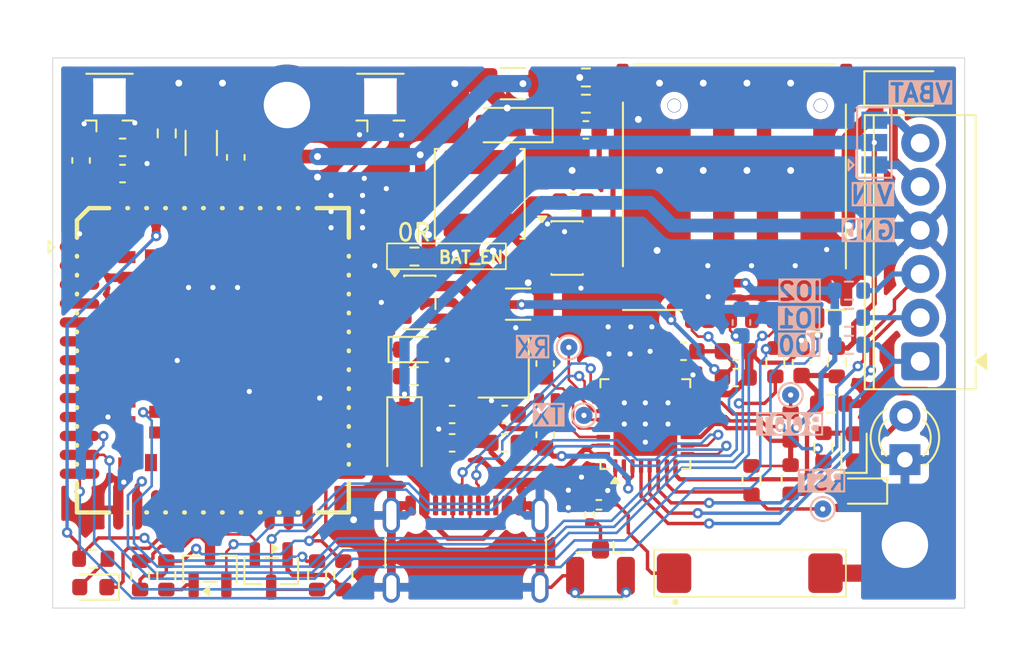
<source format=kicad_pcb>
(kicad_pcb (version 20241229) (generator "pcbnew") (generator_version "9.0")
  (layers (0 "F.Cu" signal) (2 "B.Cu" signal) (13 "F.Paste" user) (15 "B.Paste" user) (5 "F.SilkS" user "F.Silkscreen") (7 "B.SilkS" user "B.Silkscreen") (1 "F.Mask" user) (3 "B.Mask" user) (25 "Edge.Cuts" user))
  (net 0 "")
  (net 1 "GND")
  (net 2 "Net-(AE1-FEED)")
  (net 3 "VCC33")
  (net 4 "Net-(U2-BOOT)")
  (net 5 "Net-(U2-SW)")
  (net 6 "Net-(C8-Pad1)")
  (net 7 "Net-(U2-FB)")
  (net 8 "SIM_VBAT")
  (net 9 "Net-(D1-K)")
  (net 10 "/ADC_CURENT")
  (net 11 "Net-(U3-XTAL_N)")
  (net 12 "Net-(C18-Pad2)")
  (net 13 "Net-(J3-In)")
  (net 14 "/AT_GNSS")
  (net 15 "Net-(Q2-B)")
  (net 16 "/VDD_EXT")
  (net 17 "Net-(Q3-B)")
  (net 18 "/USIM_VDD")
  (net 19 "/VCC5")
  (net 20 "Net-(D2-A)")
  (net 21 "Net-(D3-A)")
  (net 22 "Net-(D4-A)")
  (net 23 "Net-(D5-A)")
  (net 24 "Net-(D7-A)")
  (net 25 "/SIM_STATUS")
  (net 26 "/NET_STATUS")
  (net 27 "Net-(D8-A)")
  (net 28 "/IO1")
  (net 29 "/IO2")
  (net 30 "/IO0")
  (net 31 "/BOOT")
  (net 32 "/RST")
  (net 33 "/ESP_RX0")
  (net 34 "/ESP_TX0")
  (net 36 "/USB_DP")
  (net 38 "/USB_DN")
  (net 41 "Net-(J5-In)")
  (net 43 "/SIM_MAIN_RX")
  (net 56 "/USIM_DET")
  (net 65 "/USIM_RST")
  (net 67 "/RESET_SIM")
  (net 80 "/SIM_MAIN_TX")
  (net 91 "/USIM_DATA")
  (net 109 "/USIM_CLK")
  (net 119 "VOL_CHECK")
  (net 120 "Net-(U3-XTAL_P)")
  (net 121 "Net-(L4-Pad2)")
  (net 122 "/MCU_SIM_KEY")
  (net 123 "/ESP_TX_SIM")
  (net 124 "/ESP_RX_SIM")
  (net 125 "Net-(R4-In)")
  (net 126 "/Status")
  (net 128 "/SDA")
  (net 133 "/MCU_IN1")
  (net 137 "/SCK")
  (net 140 "Net-(R4-Out2)")
  (net 141 "Net-(J1-Pin_6)")
  (footprint "Connector_USB:USB_C_Receptacle_GCT_USB4105-xx-A_16P_TopMnt_Horizontal" (layer "F.Cu") (at 69.723 112.014)
    (property "Reference" "J4" (hide yes))
    (property "Value" "USB_OTG")
  )
  (footprint "TerminalBlock_Phoenix:TerminalBlock_Phoenix_MPT-0,5-6-2.54_1x06_P2.54mm_Horizontal" (layer "F.Cu") (at 96.139 99.949 90)
    (property "Reference" "J1" (hide yes))
    (property "Value" "Conn_01x06_Pin")
  )
  (footprint "Connector_Coaxial:U.FL_Hirose_U.FL-R-SMT-1_Vertical" (layer "F.Cu") (at 49.022 85.057 90)
    (property "Reference" "J3" (hide yes))
    (property "Value" "GNSS")
  )
  (footprint "Resistor_SMD:R_0603_1608Metric" (layer "F.Cu") (at 66.7136 100.8126)
    (property "Reference" "R12" (hide yes))
    (property "Value" "4K7")
  )
  (footprint "Inductor_SMD:L_0603_1608Metric" (layer "F.Cu") (at 71.9835 104.688)
    (property "Reference" "L1" (hide yes))
    (property "Value" "2.2nH")
  )
  (footprint "Connector_Coaxial:U.FL_Hirose_U.FL-R-SMT-1_Vertical" (layer "F.Cu") (at 77.557748 111.945323 -90)
    (property "Reference" "U1" (hide yes))
    (property "Value" "Main")
  )
  (footprint "Capacitor_SMD:C_0603_1608Metric" (layer "F.Cu") (at 68.9355 104.688 180)
    (property "Reference" "C6" (hide yes))
    (property "Value" "10uF")
  )
  (footprint "Resistor_SMD:R_0603_1608Metric" (layer "F.Cu") (at 62.611 112.395 90)
    (property "Reference" "R18" (hide yes))
    (property "Value" "4K7")
  )
  (footprint "Package_TO_SOT_SMD:SOT-23" (layer "F.Cu") (at 58.42 112.141 -90)
    (property "Reference" "Q3" (hide yes))
    (property "Value" "SS8050")
  )
  (footprint "Resistor_SMD:R_0603_1608Metric" (layer "F.Cu") (at 88.609 103.7435 -90)
    (property "Reference" "R7" (hide yes))
    (property "Value" "10K")
  )
  (footprint "Resistor_SMD:R_0603_1608Metric" (layer "F.Cu") (at 88.609 106.807 -90)
    (property "Reference" "R3" (hide yes))
    (property "Value" "4K7")
  )
  (footprint "LED_SMD:LED_0603_1608Metric" (layer "F.Cu") (at 66.7258 99.2632)
    (property "Reference" "D7" (hide yes))
    (property "Value" "ST")
  )
  (footprint "LED_SMD:LED_0603_1608Metric" (layer "F.Cu") (at 48.0822 113.0808 180)
    (property "Reference" "D8" (hide yes))
    (property "Value" "NET")
  )
  (footprint "Resistor_SMD:R_0603_1608Metric" (layer "F.Cu") (at 52.324 112.395 90)
    (property "Reference" "R17" (hide yes))
    (property "Value" "4K7")
  )
  (footprint "Package_TO_SOT_SMD:SOT-23" (layer "F.Cu") (at 54.864 112.014 90)
    (property "Reference" "Q2" (hide yes))
    (property "Value" "SS8050")
  )
  (footprint "Capacitor_SMD:C_0603_1608Metric" (layer "F.Cu") (at 85.421 99.3625)
    (property "Reference" "C4" (hide yes))
    (property "Value" "10nF")
  )
  (footprint "Resistor_SMD:R_0603_1608Metric" (layer "F.Cu") (at 48.0822 111.4298 180)
    (property "Reference" "R13" (hide yes))
    (property "Value" "4K7")
  )
  (footprint "MountingHole:MountingHole_2.7mm_M2.5_DIN965_Pad" (layer "F.Cu") (at 59.3344 85.0392)
    (property "Reference" "H1" (hide yes))
    (property "Value" "MountingHole_Pad")
  )
  (footprint "Resistor_SMD:R_0603_1608Metric" (layer "F.Cu") (at 91.2876 99.9975 -90)
    (property "Reference" "R8" (hide yes))
    (property "Value" "10K")
  )
  (footprint "Crystal:Crystal_SMD_2520-4Pin_2.5x2.0mm" (layer "F.Cu") (at 71.9315 100.344 90)
    (property "Reference" "Y1" (hide yes))
    (property "Value" "40MHz")
  )
  (footprint "Resistor_SMD:R_0603_1608Metric" (layer "F.Cu") (at 87.72 99.9975 -90)
    (property "Reference" "R21" (hide yes))
    (property "Value" "10K")
  )
  (footprint "Capacitor_SMD:C_0603_1608Metric" (layer "F.Cu") (at 82.386 99.3625 180)
    (property "Reference" "C1" (hide yes))
    (property "Value" "10uF")
  )
  (footprint "Package_DFN_QFN:QFN-32-1EP_5x5mm_P0.5mm_EP3.7x3.7mm" (layer "F.Cu") (at 80.165 103.595 90)
    (property "Reference" "U3" (hide yes))
    (property "Value" "ESP32-C3FH4")
  )
  (footprint "Capacitor_SMD:C_0603_1608Metric" (layer "F.Cu") (at 71.9965 103.037)
    (property "Reference" "C18" (hide yes))
    (property "Value" "10pF")
  )
  (footprint "LED_SMD:LED_0603_1608Metric" (layer "F.Cu") (at 92.292 104.9505 90)
    (property "Reference" "D5" (hide yes))
    (property "Value" "ST")
  )
  (footprint "Capacitor_SMD:C_0603_1608Metric" (layer "F.Cu") (at 68.9355 103.037 180)
    (property "Reference" "C7" (hide yes))
    (property "Value" "0.1uF")
  )
  (footprint "UserLibrary:Res3Pin 0402" (layer "F.Cu") (at 76.9366 108.2929)
    (property "Reference" "R4" (hide yes))
    (property "Value" "Res_3Pin")
  )
  (footprint "Capacitor_SMD:C_0603_1608Metric" (layer "F.Cu") (at 89.244 99.9975 -90)
    (property "Reference" "C14" (hide yes))
    (property "Value" "0.1uF")
  )
  (footprint "Diode_SMD:D_SOD-123" (layer "F.Cu") (at 72.4154 86.2076 180)
    (property "Reference" "D3" (hide yes))
    (property "Value" "1N5819W")
  )
  (footprint "MountingHole:MountingHole_2.7mm_M2.5_DIN965_Pad" (layer "F.Cu") (at 95.25 110.617)
    (property "Reference" "H2" (hide yes))
    (property "Value" "MountingHole_Pad")
  )
  (footprint "Capacitor_SMD:C_0603_1608Metric" (layer "F.Cu") (at 76.708 86.487)
    (property "Reference" "C9" (hide yes))
    (property "Value" "56pF")
  )
  (footprint "Capacitor_SMD:C_0603_1608Metric" (layer "F.Cu") (at 74.3445 100.077 -90)
    (property "Reference" "C17" (hide yes))
    (property "Value" "10pF")
  )
  (footprint "Capacitor_SMD:C_1206_3216Metric" (layer "F.Cu") (at 72.4662 83.7946)
    (property "Reference" "C13" (hide yes))
    (property "Value" "47uF")
  )
  (footprint "Connector_Coaxial:U.FL_Hirose_U.FL-R-SMT-1_Vertical" (layer "F.Cu") (at 64.77 85.057 90)
    (property "Reference" "J5" (hide yes))
    (property "Value" "4G")
  )
  (footprint "Capacitor_SMD:C_0603_1608Metric" (layer "F.Cu") (at 47.371 88.265 -90)
    (property "Reference" "C23" (hide yes))
    (property "Value" "100pF")
  )
  (footprint "Capacitor_SMD:C_0603_1608Metric" (layer "F.Cu") (at 56.3626 88.0872 90)
    (property "Reference" "C12" (hide yes))
    (property "Value" "0.1uF")
  )
  (footprint "Resistor_SMD:R_0603_1608Metric" (layer "F.Cu") (at 76.708 84.963)
    (property "Reference" "R2" (hide yes))
    (property "Value" "100K")
  )
  (footprint "UserLibrary:Anten AN9520 Rainsun 2.4G" (layer "F.Cu") (at 86.233 112.268 90)
    (property "Reference" "AE1" (hide yes))
    (property "Value" "Antenna_Chip")
  )
  (footprint "Capacitor_SMD:C_0603_1608Metric" (layer "F.Cu") (at 85.421 100.8865)
    (property "Reference" "C3" (hide yes))
    (property "Value" "0.1uF")
  )
  (footprint "Capacitor_SMD:C_0603_1608Metric" (layer "F.Cu") (at 74.3458 104.2162 90)
    (property "Reference" "C8" (hide yes))
    (property "Value" "1uF")
  )
  (footprint "Inductor_SMD:L_APV_ANR5040" (layer "F.Cu") (at 70.5413 90.2067 90)
    (property "Reference" "L2" (hide yes))
    (property "Value" "4.7uH")
  )
  (footprint "UserLibrary:EC800E-CN" (layer "F.Cu") (at 55.0319 99.886)
    (property "Reference" "J6" (hide yes))
    (property "Value" "EG800")
  )
  (footprint "Capacitor_SMD:C_1206_3216Metric" (layer "F.Cu") (at 72.771 96.6216 180)
    (property "Reference" "C15" (hide yes))
    (property "Value" "47uF" (hide yes))
  )
  (footprint "Resistor_SMD:R_0603_1608Metric" (layer "F.Cu") (at 76.708 83.439 180)
    (property "Reference" "R5" (hide yes))
    (property "Value" "16K9")
  )
  (footprint "Inductor_SMD:L_0603_1608Metric" (layer "F.Cu") (at 49.784 87.503)
    (property "Reference" "L4" (hide yes))
    (property "Value" "VHF160808H47NJT")
  )
  (footprint "LED_SMD:LED_0603_1608Metric" (layer "F.Cu") (at 92.7354 107.4928 180)
    (property "Reference" "D4" (hide yes))
    (property "Value" "PW")
  )
  (footprint "Capacitor_SMD:C_0603_1608Metric" (layer "F.Cu") (at 75.9783 90.6526)
    (property "Reference" "C5" (hide yes))
    (property "Value" "0.1uF")
  )
  (footprint "Resistor_SMD:R_0603_1608Metric" (layer "F.Cu") (at 61.087 112.395 90)
    (property "Reference" "R16" (hide yes))
    (property "Value" "10K")
  )
  (footprint "Resistor_SMD:R_0603_1608Metric" (layer "F.Cu") (at 52.3494 86.6902 -90)
    (property "Reference" "R11" (hide yes))
    (property "Value" "10")
  )
  (footprint "Capacitor_SMD:C_1206_3216Metric" (layer "F.Cu") (at 54.356 87.249 90)
    (property "Reference" "C21" (hide yes))
    (property "Value" "10uF")
  )
  (footprint "Resistor_SMD:R_0603_1608Metric" (layer "F.Cu") (at 90.514 104.9505 90)
    (property "Reference" "R9" (hide yes))
    (property "Value" "4K7")
  )
  (footprint "Resistor_SMD:R_0603_1608Metric" (layer "F.Cu") (at 66.7435 93.853)
    (property "Reference" "R1" (hide yes))
    (property "Value" "0R")
  )
  (footprint "Resistor_SMD:R_0603_1608Metric" (layer "F.Cu") (at 86.3346 106.8578 90)
    (property "Reference" "R6" (hide yes))
    (property "Value" "10K")
  )
  (footprint "Resistor_SMD:R_0603_1608Metric" (layer "F.Cu") (at 90.959 102.4105)
    (property "Reference" "R10" (hide yes))
    (property "Value" "10K")
  )
  (footprint "Inductor_SMD:L_0402_1005Metric" (layer "F.Cu") (at 74.4728 102.122)
    (property "Reference" "L3" (hide yes))
    (property "Value" "24nH")
  )
  (footprint "Resistor_SMD:R_0603_1608Metric" (layer "F.Cu") (at 50.8 112.395 -90)
    (property "Reference" "R15" (hide yes))
    (property "Value" "10K")
  )
  (footprint "Diode_SMD:D_SOD-123" (layer "F.Cu") (at 66.167 104.394 -90)
    (property "Reference" "D1" (hide yes))
    (property "Value" "1N5819W")
  )
  (footprint "Package_TO_SOT_SMD:TSOT-23-5" (layer "F.Cu") (at 67.056 96.52)
    (property "Reference" "U4" (hide yes))
    (property "Value" "RT9013-33GB")
  )
  (footprint "UserLibrary:nanoSIM_ConnMold_CMNSM661004" (layer "F.Cu") (at 85.34 90.609 180)
    (property "Reference" "J7" (hide yes))
    (property "Value" "SIM_Card")
  )
  (footprint "Capacitor_SMD:C_0603_1608Metric" (layer "F.Cu") (at 49.784 89.027 180)
    (property "Reference" "C19" (hide yes))
    (property "Value" "10uF")
  )
  (footprint "Diode_SMD:D_SOD-123" (layer "F.Cu") (at 95.25 84.074)
    (property "Reference" "D2" (hide yes))
    (property "Value" "1N5819W")
  )
  (footprint "LED_THT:LED_D3.0mm" (layer "F.Cu") (at 95.25 105.664 90)
    (property "Reference" "D6" (hide yes))
    (property "Value" "LED")
  )
  (footprint "Package_TO_SOT_SMD:SOT-23-6" (layer "F.Cu") (at 75.6158 93.3563)
    (property "Reference" "U2" (hide yes))
    (property "Value" "TPS54202DDC")
  )
  (footprint "Resistor_SMD:R_0603_1608Metric" (layer "B.Cu") (at 91.9988 97.409)
    (property "Reference" "R25" (hide yes))
    (property "Value" "10K")
  )
  (footprint "TestPoint:TestPoint_Pad_D1.0mm" (layer "B.Cu") (at 75.7174 99.1362 180)
    (property "Reference" "TP1" (hide yes))
    (property "Value" "RX")
  )
  (footprint "Resistor_SMD:R_0603_1608Metric" (layer "B.Cu") (at 91.9988 98.9838)
    (property "Reference" "R26" (hide yes))
    (property "Value" "10K")
  )
  (footprint "TestPoint:TestPoint_Pad_D1.0mm" (layer "B.Cu") (at 88.609 101.9048 180)
    (property "Reference" "TP4" (hide yes))
    (property "Value" "BOOT")
  )
  (footprint "TestPoint:TestPoint_Pad_D1.0mm" (layer "B.Cu") (at 76.596871 103.091623 180)
    (property "Reference" "TP2" (hide yes))
    (property "Value" "TX")
  )
  (footprint "Capacitor_SMD:C_0603_1608Metric" (layer "B.Cu") (at 85.7504 97.6884 -90)
    (property "Reference" "C27" (hide yes))
    (property "Value" "100nF")
  )
  (footprint "Jumper:SolderJumper-3_P1.3mm_Open_Pad1.0x1.5mm" (layer "B.Cu") (at 93.472 87.2236 90)
    (property "Reference" "JP1" (hide yes))
    (property "Value" "SolderJumper_3_Open")
  )
  (footprint "Resistor_SMD:R_0603_1608Metric" (layer "B.Cu") (at 91.9988 95.8342)
    (property "Reference" "R24" (hide yes))
    (property "Value" "10K")
  )
  (footprint "TestPoint:TestPoint_Pad_D1.0mm" (layer "B.Cu") (at 90.4748 108.5342 180)
    (property "Reference" "TP3" (hide yes))
    (property "Value" "RST")
  )
  (gr_poly (pts (xy 77.4446 95.0976) (xy 78.486 95.0976) (xy 78.486 95.0214) (xy 79.0956 95.0214) (xy 79.0956 93.7006) (xy 80.4164 93.7006) (xy 80.4164 97.3582) (xy 77.4446 97.3582)) (stroke (width 0.2)) (fill yes) (layer "F.Cu") (net 1))
  (gr_rect (start 65.151 93.091) (end 72.0598 94.5896) (stroke (width 0.1)) (fill no) (layer "F.SilkS"))
  (gr_rect (start 45.72 82.3) (end 98.72 114.3) (stroke (width 0.05)) (fill no) (layer "Edge.Cuts"))
  (gr_text "BAT_EN" (at 68.072 94.3102 0) (layer "F.SilkS") (effects (font (size 0.7 0.7) (thickness 0.15) (bold yes)) (justify left bottom)))
  (gr_text "GND" (at 94.7674 92.9386 0) (layer "B.SilkS" knockout) (effects (font (size 1 1) (thickness 0.2) (bold yes)) (justify left bottom mirror)))
  (gr_text "VBAT" (at 98.0186 84.9376 0) (layer "B.SilkS" knockout) (effects (font (size 1 1) (thickness 0.2) (bold yes)) (justify left bottom mirror)))
  (gr_text "VIN" (at 94.6404 90.8558 0) (layer "B.SilkS" knockout) (effects (font (size 1 1) (thickness 0.2) (bold yes)) (justify left bottom mirror)))
  (gr_text "IO1" (at 90.5002 98.0694 0) (layer "B.SilkS" knockout) (effects (font (size 1 1) (thickness 0.2) (bold yes)) (justify left bottom mirror)))
  (gr_text "IO0" (at 90.5002 99.6188 0) (layer "B.SilkS" knockout) (effects (font (size 1 1) (thickness 0.2) (bold yes)) (justify left bottom mirror)))
  (gr_text "IO2" (at 90.5256 96.4692 0) (layer "B.SilkS" knockout) (effects (font (size 1 1) (thickness 0.2) (bold yes)) (justify left bottom mirror)))
  (segment (start 76.082748 112.420323) (end 75.361877 112.420323) (width 0.2) (layer "F.Cu") (net 1))
  (segment (start 54.132 98.0859) (end 54.132 96.5543) (width 0.6) (layer "F.Cu") (net 1))
  (segment (start 58.3319 91.186) (end 59.4319 91.186) (width 0.6) (layer "F.Cu") (net 1))
  (segment (start 68.3006 84.582) (end 69.088 83.7946) (width 0.5) (layer "F.Cu") (net 1))
  (segment (start 70.9912 83.7946) (end 70.9912 84.0722) (width 1) (layer "F.Cu") (net 1))
  (segment (start 51.832 95.6861) (end 50.0362 95.6861) (width 0.6) (layer "F.Cu") (net 1))
  (segment (start 72.6315 99.469) (end 72.6315 97.9932) (width 0.6) (layer "F.Cu") (net 1))
  (segment (start 50.6098 89.0394) (end 50.5714 89.0394) (width 0.6) (layer "F.Cu") (net 1))
  (segment (start 53.9318 91.186) (end 53.9318 89.1482) (width 0.6) (layer "F.Cu") (net 1))
  (segment (start 74.246 96.2678) (end 73.3552 95.377) (width 0.6) (layer "F.Cu") (net 1))
  (segment (start 57.277 89.154) (end 57.3532 89.2302) (width 0.8) (layer "F.Cu") (net 1))
  (segment (start 91.784 102.4105) (end 93.1949 102.4105) (width 0.5) (layer "F.Cu") (net 1))
  (segment (start 65.403 108.909) (end 65.403 107.44) (width 0.5) (layer "F.Cu") (net 1))
  (segment (start 73.684 103.862) (end 72.0465 103.862) (width 0.3) (layer "F.Cu") (net 1))
  (segment (start 65.403 113.089) (end 65.403 108.909) (width 0.5) (layer "F.Cu") (net 1))
  (segment (start 55.0319 95.6544) (end 54.132 96.5543) (width 0.6) (layer "F.Cu") (net 1))
  (segment (start 95.25 105.664) (end 95.25 110.617) (width 0.5) (layer "F.Cu") (net 1))
  (segment (start 63.295 84.582) (end 59.7916 84.582) (width 0.5) (layer "F.Cu") (net 1))
  (segment (start 64.7446 106.7816) (end 64.7446 105.3592) (width 0.5) (layer "F.Cu") (net 1))
  (segment (start 89.244 98.7436) (end 89.2302 98.7298) (width 0.3) (layer "F.Cu") (net 1))
  (segment (start 76.4214 95.689) (end 78.84 95.689) (width 0.6) (layer "F.Cu") (net 1))
  (segment (start 50.497 86.0788) (end 50.4952 86.0806) (width 0.3) (layer "F.Cu") (net 1))
  (segment (start 73.468 108.334) (end 74.043 108.909) (width 0.5) (layer "F.Cu") (net 1))
  (segment (start 68.1605 104.688) (end 68.1605 103.886) (width 0.6) (layer "F.Cu") (net 1))
  (segment (start 89.244 99.2225) (end 89.244 98.7436) (width 0.3) (layer "F.Cu") (net 1))
  (segment (start 47.547 84.582) (end 47.547 86.1296) (width 0.3) (layer "F.Cu") (net 1))
  (segment (start 64.7446 105.3592) (end 65.4158 104.688) (width 0.5) (layer "F.Cu") (net 1))
  (segment (start 48.9346 103.186) (end 47.2819 103.186) (width 0.6) (layer "F.Cu") (net 1))
  (segment (start 93.5229 107.4928) (end 93.5229 105.6641) (width 0.5) (layer "F.Cu") (net 1))
  (segment (start 55.0319 93.936) (end 52.6319 93.936) (width 0.6) (layer "F.Cu") (net 1))
  (segment (start 70.9912 84.0722) (end 72.136 85.217) (width 1) (layer "F.Cu") (net 1))
  (segment (start 95.25 110.617) (end 93.599 112.268) (width 1) (layer "F.Cu") (net 1))
  (segment (start 97.969 102.176) (end 97.969 94.159) (width 0.5) (layer "F.Cu") (net 1))
  (segment (start 74.2832 96.6588) (end 75.4516 96.6588) (width 0.6) (layer "F.Cu") (net 1))
  (segment (start 55.0319 93.936) (end 55.0319 95.6544) (width 0.6) (layer "F.Cu") (net 1))
  (segment (start 70.524 95.1112) (end 69.1134 93.7006) (width 0.6) (layer "F.Cu") (net 1))
  (segment (start 55.0319 91.186) (end 55.0319 89.3999) (width 0.6) (layer "F.Cu") (net 1))
  (segment (start 96.4692 101.6762) (end 97.469 102.676) (width 0.5) (layer "F.Cu") (net 1))
  (segment (start 80.8482 91.1098) (end 80.8482 93.4974) (width 0.5) (layer "F.Cu") (net 1))
  (segment (start 90.7034 92.71) (end 90.3732 92.3798) (width 0.5) (layer "F.Cu") (net 1))
  (segment (start 55.0319 91.186) (end 55.0319 93.936) (width 0.6) (layer "F.Cu") (net 1))
  (segment (start 55.9318 96.4682) (end 56.7139 95.6861) (width 0.6) (layer "F.Cu") (net 1))
  (segment (start 74.3445 99.302) (end 74.3445 96.7201) (width 0.6) (layer "F.Cu") (net 1))
  (segment (start 74.6932 113.089) (end 74.043 113.089) (width 0.2) (layer "F.Cu") (net 1))
  (segment (start 73.3552 95.377) (end 73.0894 95.1112) (width 0.6) (layer "F.Cu") (net 1))
  (segment (start 65.403 113.089) (end 74.043 113.089) (width 0.5) (layer "F.Cu") (net 1))
  (segment (start 73.0894 95.1112) (end 70.524 95.1112) (width 0.6) (layer "F.Cu") (net 1))
  (segment (start 91.84 93.8466) (end 91.84 95.689) (width 0.5) (layer "F.Cu") (net 1))
  (segment (start 80.4418 99.3648) (end 80.4441 99.3625) (width 0.5) (layer "F.Cu") (net 1))
  (segment (start 93.9292 101.6762) (end 96.4692 101.6762) (width 0.5) (layer "F.Cu") (net 1))
  (segment (start 79.0194 85.8774) (end 78.84 85.698) (width 0.5) (layer "F.Cu") (net 1))
  (segment (start 55.0319 91.186) (end 53.9318 91.186) (width 0.6) (layer "F.Cu") (net 1))
  (segment (start 79.756 85.8774) (end 79.0194 85.8774) (width 0.5) (layer "F.Cu") (net 1))
  (segment (start 64.4398 94.3864) (end 62.7824 94.3864) (width 0.6) (layer "F.Cu") (net 1))
  (segment (start 93.5228 105.664) (end 92.366 105.664) (width 0.5) (layer "F.Cu") (net 1))
  (segment (start 54.356 88.724) (end 56.2244 88.724) (width 0.6) (layer "F.Cu") (net 1))
  (segment (start 61.2427 102.0859) (end 61.2394 102.0826) (width 0.6) (layer "F.Cu") (net 1))
  (segment (start 65.1129 89.9033) (end 66.2304 88.7858) (width 0.5) (layer "F.Cu") (net 1))
  (segment (start 65.9185 96.52) (end 64.8208 96.52) (width 0.6) (layer "F.Cu") (net 1))
  (segment (start 65.403 107.44) (end 64.7446 106.7816) (width 0.5) (layer "F.Cu") (net 1))
  (segment (start 74.4783 92.4063) (end 75.4689 92.4063) (width 0.6) (layer "F.Cu") (net 1))
  (segment (start 91.44 93.4466) (end 91.84 93.8466) (width 0.5) (layer "F.Cu") (net 1))
  (segment (start 72.6414 99.469) (end 72.8084 99.302) (width 0.6) (layer "F.Cu") (net 1))
  (segment (start 66.2304 84.5966) (end 66.245 84.582) (width 0.5) (layer "F.Cu") (net 1))
  (segment (start 50.0319 95.6818) (end 50.0319 98.6861) (width 0.6) (layer "F.Cu") (net 1))
  (segment (start 97.0026 105.664) (end 95.25 105.664) (width 0.5) (layer "F.Cu") (net 1))
  (segment (start 69.088 83.7946) (end 70.9912 83.7946) (width 1) (layer "F.Cu") (net 1))
  (segment (start 80.4441 99.3625) (end 81.611 99.3625) (width 0.5) (layer "F.Cu") (net 1))
  (segment (start 97.469 105.1976) (end 97.0026 105.664) (width 0.5) (layer "F.Cu") (net 1))
  (segment (start 65.4158 104.688) (end 68.1605 104.688) (width 0.5) (layer "F.Cu") (net 1))
  (segment (start 88.4413 100.0252) (end 89.244 99.2225) (width 0.25) (layer "F.Cu") (net 1))
  (segment (start 53.9318 89.1482) (end 54.356 88.724) (width 0.6) (layer "F.Cu") (net 1))
  (segment (start 78.84 85.698) (end 78.84 83.689) (width 0.5) (layer "F.Cu") (net 1))
  (segment (start 76.082748 113.401252) (end 76.073 113.411) (width 0.2) (layer "F.Cu") (net 1))
  (segment (start 55.9318 99.886) (end 54.132 99.886) (width 0.6) (layer "F.Cu") (net 1))
  (segment (start 50.0362 95.6861) (end 50.0319 95.6818) (width 0.6) (layer "F.Cu") (net 1))
  (segment (start 47.547 86.1296) (end 47.5488 86.1314) (width 0.3) (layer "F.Cu") (net 1))
  (segment (start 56.2244 88.724) (end 56.3626 88.8622) (width 0.6) (layer "F.Cu") (net 1))
  (segment (start 79.032748 112.420323) (end 79.032748 113.373548) (width 0.2) (layer "F.Cu") (net 1))
  (segment (start 76.082748 112.420323) (end 76.082748 113.401252) (width 0.2) (layer "F.Cu") (net 1))
  (segment (start 50.0319 95.0859) (end 50.0319 95.6818) (width 0.6) (layer "F.Cu") (net 1))
  (segment (start 74.1048 103.4412) (end 73.684 103.862) (width 0.3) (layer "F.Cu") (net 1))
  (segment (start 55.9318 101.6861) (end 54.132 101.6861) (width 0.6) (layer "F.Cu") (net 1))
  (segment (start 71.2215 101.229) (end 71.2315 101.219) (width 0.5) (layer "F.Cu") (net 1))
  (segment (start 54.132 96.5543) (end 53.2638 95.6861) (width 0.6) (layer "F.Cu") (net 1))
  (segment (start 90.3732 86.7156) (end 91.84 85.2488) (width 0.5) (layer "F.Cu") (net 1))
  (segment (start 71.2215 103.037) (end 71.2215 101.229) (width 0.5) (layer "F.Cu") (net 1))
  (segment (start 74.3458 103.4412) (end 74.1048 103.4412) (width 0.3) (layer "F.Cu") (net 1))
  (segment (start 57.15 101.7016) (end 55.9473 101.7016) (width 0.6) (layer "F.Cu") (net 1))
  (segment (start 65.978 108.334) (end 65.403 108.909) (width 0.5) (layer "F.Cu") (net 1))
  (segment (start 55.9473 101.7016) (end 55.9318 101.6861) (width 0.6) (layer "F.Cu") (net 1))
  (segment (start 92.366 105.664) (end 92.292 105.738) (width 0.5) (layer "F.Cu") (net 1))
  (segment (start 79.756 90.0176) (end 80.8482 91.1098) (width 0.5) (layer "F.Cu") (net 1))
  (segment (start 66.245 84.582) (end 68.3006 84.582) (width 0.5) (layer "F.Cu") (net 1))
  (segment (start 72.8084 99.302) (end 74.3445 99.302) (width 0.6) (layer "F.Cu") (net 1))
  (segment (start 62.7819 102.0859) (end 61.2427 102.0859) (width 0.6) (layer "F.Cu") (net 1))
  (segment (start 55.0319 89.3999) (end 54.356 88.724) (width 0.6) (layer "F.Cu") (net 1))
  (segment (start 72.0465 103.862) (end 71.2215 103.037) (width 0.3) (layer "F.Cu") (net 1))
  (segment (start 49.850101 106.974701) (end 49.5318 107.293002) (width 0.6) (layer "F.Cu") (net 1))
  (segment (start 93.1949 102.4105) (end 93.9292 101.6762) (width 0.5) (layer "F.Cu") (net 1))
  (segment (start 62.7824 94.3864) (end 62.7819 94.3859) (width 0.6) (layer "F.Cu") (net 1))
  (segment (start 56.7139 95.6861) (end 58.2318 95.6861) (width 0.6) (layer "F.Cu") (net 1))
  (segment (start 68.1605 103.886) (end 68.1605 103.037) (width 0.6) (layer "F.Cu") (net 1))
  (segment (start 66.2304 88.7858) (end 66.2304 84.5966) (width 0.5) (layer "F.Cu") (net 1))
  (segment (start 66.523 108.334) (end 65.978 108.334) (width 0.5) (layer "F.Cu") (net 1))
  (segment (start 50.5714 89.0394) (end 50.559 89.027) (width 0.6) (layer "F.Cu") (net 1))
  (segment (start 54.1198 99.8982) (end 54.132 99.886) (width 0.6) (layer "F.Cu") (net 1))
  (segment (start 74.4783 92.4063) (end 74.4783 91.9593) (width 0.6) (layer "F.Cu") (net 1))
  (segment (start 57.3532 89.2302) (end 58.7756 89.2302) (width 0.8) (layer "F.Cu") (net 1))
  (segment (start 51.832 95.6861) (end 53.2638 95.6861) (width 0.6) (layer "F.Cu") (net 1))
  (segment (start 59.4319 91.186) (end 59.4319 89.2343) (width 0.6) (layer "F.Cu") (net 1))
  (segment (start 49.5318 107.293002) (end 49.5318 108.586) (width 0.6) (layer "F.Cu") (net 1))
  (segment (start 74.043 108.909) (end 74.043 113.089) (width 0.5) (layer "F.Cu") (net 1))
  (segment (start 52.959 99.8982) (end 54.1198 99.8982) (width 0.6) (layer "F.Cu") (net 1))
  (segment (start 47.2819 92.5322) (end 47.2819 93.2861) (width 0.6) (layer "F.Cu") (net 1))
  (segment (start 86.116365 100.8865) (end 86.196 100.8865) (width 0.4) (layer "F.Cu") (net 1))
  (segment (start 55.9318 98.0859) (end 55.0164 98.0859) (width 0.6) (layer "F.Cu") (net 1))
  (segment (start 82.931 100.7364) (end 84.0386 101.844) (width 0.4) (layer "F.Cu") (net 1))
  (segment (start 58.7756 89.2302) (end 59.436 89.2302) (width 0.8) (layer "F.Cu") (net 1))
  (segment (start 90.3732 92.3798) (end 90.3732 86.7156) (width 0.5) (layer "F.Cu") (net 1))
  (segment (start 79.032748 113.373548) (end 79.0448 113.3856) (width 0.2) (layer "F.Cu") (net 1))
  (segment (start 50.497 84.582) (end 50.497 86.0788) (width 0.3) (layer "F.Cu") (net 1))
  (segment (start 74.246 96.6216) (end 74.246 96.2678) (width 0.6) (layer "F.Cu") (net 1))
  (segment (start 97.969 94.159) (end 96.139 92.329) (width 0.5) (layer "F.Cu") (net 1))
  (segment (start 75.4516 96.6588) (end 76.4214 95.689) (width 0.6) (layer "F.Cu") (net 1))
  (segment (start 56.3626 88.8622) (end 56.9852 88.8622) (width 0.8) (layer "F.Cu") (net 1))
  (segment (start 95.25 105.664) (end 93.5228 105.664) (width 0.5) (layer "F.Cu") (net 1))
  (segment (start 85.158865 101.844) (end 86.116365 100.8865) (width 0.4) (layer "F.Cu") (net 1))
  (segment (start 74.3445 96.7201) (end 74.246 96.6216) (width 0.6) (layer "F.Cu") (net 1))
  (segment (start 90.7034 93.4466) (end 90.7034 92.71) (width 0.5) (layer "F.Cu") (net 1))
  (segment (start 59.4319 89.2343) (end 59.436 89.2302) (width 0.6) (layer "F.Cu") (net 1))
  (segment (start 59.7916 84.582) (end 59.3344 85.0392) (width 0.5) (layer "F.Cu") (net 1))
  (segment (start 51.2064 88.4428) (end 50.6098 89.0394) (width 0.6) (layer "F.Cu") (net 1))
  (segment (start 93.599 112.268) (end 90.633 112.268) (width 1) (layer "F.Cu") (net 1))
  (segment (start 54.132 101.6861) (end 54.132 98.0859) (width 0.6) (layer "F.Cu") (net 1))
  (segment (start 79.756 85.8774) (end 79.756 90.0176) (width 0.5) (layer "F.Cu") (net 1))
  (segment (start 86.8587 100.0252) (end 88.4413 100.0252) (width 0.25) (layer "F.Cu") (net 1))
  (segment (start 97.469 102.676) (end 97.969 102.176) (width 0.5) (layer "F.Cu") (net 1))
  (segment (start 75.883 83.439) (end 76.3524 83.439) (width 0.5) (layer "F.Cu") (net 1))
  (segment (start 72.6315 99.469) (end 72.6414 99.469) (width 0.6) (layer "F.Cu") (net 1))
  (segment (start 56.9852 88.8622) (end 57.277 89.154) (width 0.8) (layer "F.Cu") (net 1))
  (segment (start 86.196 99.3625) (end 86.8587 100.0252) (width 0.25) (layer "F.Cu") (net 1))
  (segment (start 91.84 85.2488) (end 91.84 83.689) (width 0.5) (layer "F.Cu") (net 1))
  (segment (start 55.0164 98.0859) (end 54.132 98.0859) (width 0.6) (layer "F.Cu") (net 1))
  (segment (start 59.436 89.2302) (end 61.1124 89.2302) (width 0.8) (layer "F.Cu") (net 1))
  (segment (start 72.923 108.334) (end 73.468 108.334) (width 0.5) (layer "F.Cu") (net 1))
  (segment (start 83.82 97.409) (end 83.82 96.1898) (width 0.5) (layer "F.Cu") (net 1))
  (segment (start 75.361877 112.420323) (end 74.6932 113.089) (width 0.2) (layer "F.Cu") (net 1))
  (segment (start 90.7034 93.4466) (end 91.44 93.4466) (width 0.5) (layer "F.Cu") (net 1))
  (segment (start 93.5229 105.6641) (end 93.5228 105.664) (width 0.5) (layer "F.Cu") (net 1))
  (segment (start 74.246 96.6216) (end 74.2832 96.6588) (width 0.6) (layer "F.Cu") (net 1))
  (segment (start 86.196 99.3625) (end 86.196 100.8865) (width 0.4) (layer "F.Cu") (net 1))
  (segment (start 97.469 102.676) (end 97.469 105.1976) (width 0.5) (layer "F.Cu") (net 1))
  (segment (start 84.0386 101.844) (end 85.158865 101.844) (width 0.4) (layer "F.Cu") (net 1))
  (segment (start 55.9318 98.0859) (end 55.9318 96.4682) (width 0.6) (layer "F.Cu") (net 1))
  (via (at 79.0448 113.3856) (size 0.6) (drill 0.3) (layers "F.Cu" "B.Cu") (net 1))
  (via (at 81.4832 102.362) (size 0.6) (drill 0.3) (layers "F.Cu" "B.Cu") (net 1))
  (via (at 80.4418 99.3648) (size 0.6) (drill 0.3) (layers "F.Cu" "B.Cu") (net 1))
  (via (at 86.0694 88.84575) (size 0.8) (drill 0.4) (layers "F.Cu" "B.Cu") (net 1))
  (via (at 80.5434 97.9424) (size 0.6) (drill 0.3) (layers "F.Cu" "B.Cu") (net 1))
  (via (at 53.6168 95.6544) (size 0.6) (drill 0.3) (layers "F.Cu" "B.Cu") (net 1))
  (via (at 68.6562 99.8728) (size 0.6) (drill 0.3) (layers "F.Cu" "B.Cu") (net 1))
  (via (at 76.454 106.68) (size 0.6) (drill 0.3) (layers "F.Cu" "B.Cu") (net 1))
  (via (at 89.2302 98.7298) (size 0.6) (drill 0.3) (layers "F.Cu" "B.Cu") (net 1))
  (via (at 61.8998 92.1766) (size 0.6) (drill 0.3) (layers "F.Cu" "B.Cu") (net 1))
  (via (at 65.1129 89.9033) (size 0.6) (drill 0.3) (layers "F.Cu" "B.Cu") (net 1))
  (via (at 80.8482 93.4974) (size 0.8) (drill 0.4) (layers "F.Cu" "B.Cu") (net 1))
  (via (at 75.4689 92.4063) (size 0.6) (drill 0.3) (layers "F.Cu" "B.Cu") (net 1))
  (via (at 47.5488 86.1314) (size 0.6) (drill 0.3) (layers "F.Cu" "B.Cu") (net 1))
  (via (at 88.6094 83.76575) (size 0.8) (drill 0.4) (layers "F.Cu" "B.Cu") (net 1))
  (via (at 77.978 107.460638) (size 0.6) (drill 0.3) (layers "F.Cu" "B.Cu") (net 1))
  (via (at 83.795268 94.3864) (size 0.6) (drill 0.3) (layers "F.Cu" "B.Cu") (net 1))
  (via (at 88.6094 88.84575) (size 0.8) (drill 0.4) (layers "F.Cu" "B.Cu") (net 1))
  (via (at 53.0494 83.76575) (size 0.8) (drill 0.4) (layers "F.Cu" "B.Cu") (net 1))
  (via (at 52.959 99.8982) (size 0.6) (drill 0.3) (layers "F.Cu" "B.Cu") (net 1))
  (via (at 83.5294 88.84575) (size 0.8) (drill 0.4) (layers "F.Cu" "B.Cu") (net 1))
  (via (at 48.9346 103.186) (size 0.6) (drill 0.3) (layers "F.Cu" "B.Cu") (net 1))
  (via (at 63.7286 90.297) (size 0.6) (drill 0.3) (layers "F.Cu" "B.Cu") (net 1))
  (via (at 51.2064 88.4428) (size 0.6) (drill 0.3) (layers "F.Cu" "B.Cu") (net 1))
  (via (at 71.2215 102.235) (size 0.6) (drill 0.3) (layers "F.Cu" "B.Cu") (net 1))
  (via (at 80.165 103.595) (size 0.6) (drill 0.3) (layers "F.Cu" "B.Cu") (net 1))
  (via (at 65.9892 86.7918) (size 0.6) (drill 0.3) (layers "F.Cu" "B.Cu") (net 1))
  (via (at 86.335268 94.3864) (size 0.6) (drill 0.3) (layers "F.Cu" "B.Cu") (net 1))
  (via (at 63.8302 89.3064) (size 0.6) (drill 0.3) (layers "F.Cu" "B.Cu") (net 1))
  (via (at 73.3552 95.377) (size 0.8) (drill 0.4) (layers "F.Cu" "B.Cu") (net 1))
  (via (at 83.5294 83.76575) (size 0.8) (drill 0.4) (layers "F.Cu" "B.Cu") (net 1))
  (via (at 83.82 96.1898) (size 0.6) (drill 0.3) (layers "F.Cu" "B.Cu") (net 1))
  (via (at 64.4398 94.3864) (size 0.6) (drill 0.3) (layers "F.Cu" "B.Cu") (net 1))
  (via (at 74.4783 91.9593) (size 0.6) (drill 0.3) (layers "F.Cu" "B.Cu") (net 1))
  (via (at 76.3524 83.439) (size 0.8) (drill 0.4) (layers "F.Cu" "B.Cu") (net 1))
  (via (at 78.0034 97.9424) (size 0.6) (drill 0.3) (layers "F.Cu" "B.Cu") (net 1))
  (via (at 63.2094 109.16575) (size 0.8) (drill 0.4) (layers "F.Cu" "B.Cu") (net 1))
  (via (at 79.756 85.8774) (size 0.8) (drill 0.4) (layers "F.Cu" "B.Cu") (net 1))
  (via (at 80.9894 88.84575) (size 0.8) (drill 0.4) (layers "F.Cu" "B.Cu") (net 1))
  (via (at 79.3216 97.9424) (size 0.6) (drill 0.3) (layers "F.Cu" "B.Cu") (net 1))
  (via (at 75.692 107.442) (size 0.6) (drill 0.3) (layers "F.Cu" "B.Cu") (net 1))
  (via (at 76.073 113.411) (size 0.6) (drill 0.3) (layers "F.Cu" "B.Cu") (net 1))
  (via (at 78.9432 103.595) (size 0.6) (drill 0.3) (layers "F.Cu" "B.Cu") (net 1))
  (via (at 61.8998 91.2368) (size 0.6) (drill 0.3) (layers "F.Cu" "B.Cu") (net 1))
  (via (at 61.8998 90.297) (size 0.6) (drill 0.3) (layers "F.Cu" "B.Cu") (net 1))
  (via (at 80.9894 83.76575) (size 0.8) (drill 0.4) (layers "F.Cu" "B.Cu") (net 1))
  (via (at 63.7286 92.1766) (size 0.6) (drill 0.3) (layers "F.Cu" "B.Cu") (net 1))
  (via (at 47.2819 92.5322) (size 0.6) (drill 0.3) (layers "F.Cu" "B.Cu") (net 1))
  (via (at 82.931 100.7364) (size 0.6) (drill 0.3) (layers "F.Cu" "B.Cu") (net 1))
  (via (at 69.088 83.7946) (size 0.8) (drill 0.4) (layers "F.Cu" "B.Cu") (net 1))
  (via (at 72.6315 97.9932) (size 0.6) (drill 0.3) (layers "F.Cu" "B.Cu") (net 1))
  (via (at 69.1134 93.7006) (size 0.8) (drill 0.4) (layers "F.Cu" "B.Cu") (net 1))
  (via (at 72.136 85.217) (size 0.8) (drill 0.4) (layers "F.Cu" "B.Cu") (net 1))
  (via (at 61.1124 89.2302) (size 0.8) (drill 0.4) (layers "F.Cu" "B.Cu") (net 1))
  (via (at 81.4832 103.595) (size 0.6) (drill 0.3) (layers "F.Cu" "B.Cu") (net 1))
  (via (at 80.165 104.648) (size 0.6) (drill 0.3) (layers "F.Cu" "B.Cu") (net 1))
  (via (at 64.8208 96.52) (size 0.6) (drill 0.3) (layers "F.Cu" "B.Cu") (net 1))
  (via (at 75.9094 88.84575) (size 0.8) (drill 0.4) (layers "F.Cu" "B.Cu") (net 1))
  (via (at 55.0319 95.6544) (size 0.6) (drill 0.3) (layers "F.Cu" "B.Cu") (net 1))
  (via (at 50.4952 86.0806) (size 0.6) (drill 0.3) (layers "F.Cu" "B.Cu") (net 1))
  (via (at 79.276 99.5172) (size 0.6) (drill 0.3) (layers "F.Cu" "B.Cu") (net 1))
  (via (at 88.875268 94.3864) (size 0.6) (drill 0.3) (layers "F.Cu" "B.Cu") (net 1))
  (via (at 75.692 108.458) (size 0.6) (drill 0.3) (layers "F.Cu" "B.Cu") (net 1))
  (via (at 76.4214 95.689) (size 0.6) (drill 0.3) (layers "F.Cu" "B.Cu") (net 1))
  (via (at 63.7286 91.2368) (size 0.6) (drill 0.3) (layers "F.Cu" "B.Cu") (net 1))
  (via (at 55.5894 83.76575) (size 0.8) (drill 0.4) (layers "F.Cu" "B.Cu") (net 1))
  (via (at 49.850101 106.974701) (size 0.6) (drill 0.3) (layers "F.Cu" "B.Cu") (net 1))
  (via (at 86.0694 83.76575) (size 0.8) (drill 0.4) (layers "F.Cu" "B.Cu") (net 1))
  (via (at 63.5508 86.7664) (size 0.6) (drill 0.3) (layers "F.Cu" "B.Cu") (net 1))
  (via (at 80.165 102.362) (size 0.6) (drill 0.3) (layers "F.Cu" "B.Cu") (net 1))
  (via (at 57.15 101.7016) (size 0.6) (drill 0.3) (layers "F.Cu" "B.Cu") (net 1))
  (via (at 61.2394 102.0826) (size 0.6) (drill 0.3) (layers "F.Cu" "B.Cu") (net 1))
  (via (at 56.4642 95.6544) (size 0.6) (drill 0.3) (layers "F.Cu" "B.Cu") (net 1))
  (via (at 90.7034 93.4466) (size 0.6) (drill 0.3) (layers "F.Cu" "B.Cu") (net 1))
  (via (at 78.9432 102.362) (size 0.6) (drill 0.3) (layers "F.Cu" "B.Cu") (net 1))
  (via (at 68.1605 103.886) (size 0.6) (drill 0.3) (layers "F.Cu" "B.Cu") (net 1))
  (via (at 78.0542 99.5172) (size 0.6) (drill 0.3) (layers "F.Cu" "B.Cu") (net 1))
  (segment (start 75.4689 92.4063) (end 75.4689 94.7365) (width 0.6) (layer "B.Cu") (net 1))
  (segment (start 50.0888 104.3402) (end 48.9346 103.186) (width 0.6) (layer "B.Cu") (net 1))
  (segment (start 67.4497 89.9033) (end 65.1129 89.9033) (width 1) (layer "B.Cu") (net 1))
  (segment (start 82.6516 96.1898) (end 83.82 96.1898) (width 0.5) (layer "B.Cu") (net 1))
  (segment (start 51.2064 88.4428) (end 51.2064 90.043) (width 0.6) (layer "B.Cu") (net 1))
  (segment (start 51.2064 90.043) (end 48.7172 92.5322) (width 0.6) (layer "B.Cu") (net 1))
  (segment (start 63.0428 103.886) (end 61.2394 102.0826) (width 0.6) (layer "B.Cu") (net 1))
  (segment (start 47.5996 86.0806) (end 47.5488 86.1314) (width 0.3) (layer "B.Cu") (net 1))
  (segment (start 61.2394 102.0826) (end 60.8584 101.7016) (width 0.6) (layer "B.Cu") (net 1))
  (segment (start 76.4214 95.689) (end 79.5456 95.689) (width 0.6) (layer "B.Cu") (net 1))
  (segment (start 83.82 96.1898) (end 84.5436 96.9134) (width 0.5) (layer "B.Cu") (net 1))
  (segment (start 60.8584 101.7016) (end 57.15 101.7016) (width 0.6) (layer "B.Cu") (net 1))
  (segment (start 64.8208 94.7674) (end 64.4398 94.3864) (width 0.6) (layer "B.Cu") (net 1))
  (segment (start 69.1134 93.7006) (end 67.6402 93.7006) (width 0.6) (layer "B.Cu") (net 1))
  (segment (start 61.7855 89.9033) (end 61.1124 89.2302) (width 0.8) (layer "B.Cu") (net 1))
  (segment (start 54.61 85.0392) (end 59.3344 85.0392) (width 0.6) (layer "B.Cu") (net 1))
  (segment (start 77.3176 83.439) (end 76.3524 83.439) (width 0.5) (layer "B.Cu") (net 1))
  (segment (start 89.2302 97.8916) (end 88.252 96.9134) (width 0.3) (layer "B.Cu") (net 1))
  (segment (start 50.6984 99.8982) (end 52.959 99.8982) (width 0.6) (layer "B.Cu") (net 1))
  (segment (start 65.1129 89.9033) (end 61.7855 89.9033) (width 0.8) (layer "B.Cu") (net 1))
  (segment (start 80.4418 99.3648) (end 80.4418 100.7364) (width 0.5) (layer "B.Cu") (net 1))
  (segment (start 89.815068 93.4466) (end 88.875268 94.3864) (width 0.5) (layer "B.Cu") (net 1))
  (segment (start 80.4418 103.3182) (end 80.165 103.595) (width 0.5) (layer "B.Cu") (net 1))
  (segment (start 78.7654 113.665) (end 79.0448 113.3856) (width 0.2) (layer "B.Cu") (net 1))
  (segment (start 59.3344 88.519) (end 59.3344 85.0392) (width 0.8) (layer "B.Cu") (net 1))
  (segment (start 47.2819 91.0211) (end 47.2819 92.5322) (width 0.3) (layer "B.Cu") (net 1))
  (segment (start 92.9894 93.4466) (end 94.107 92.329) (width 1) (layer "B.Cu") (net 1))
  (segment (start 51.2064 88.4428) (end 54.61 85.0392) (width 0.6) (layer "B.Cu") (net 1))
  (segment (start 75.4689 94.7365) (end 76.4214 95.689) (width 0.6) (layer "B.Cu") (net 1))
  (segment (start 49.850101 106.974701) (end 50.0888 106.736002) (width 0.6) (layer "B.Cu") (net 1))
  (segment (start 76.073 113.411) (end 76.327 113.665) (width 0.2) (layer "B.Cu") (net 1))
  (segment (start 72.6315 97.9932) (end 72.6315 100.825) (width 0.6) (layer "B.Cu") (net 1))
  (segment (start 48.9346 103.186) (end 48.9346 101.662) (width 0.6) (layer "B.Cu") (net 1))
  (segment (start 68.1605 103.886) (end 69.5705 103.886) (width 0.6) (layer "B.Cu") (net 1))
  (segment (start 80.8482 94.3864) (end 82.6516 96.1898) (width 0.5) (layer "B.Cu") (net 1))
  (segment (start 50.4952 86.0806) (end 47.5996 86.0806) (width 0.3) (layer "B.Cu") (net 1))
  (segment (start 49.8856 100.711) (end 50.6984 99.8982) (width 0.6) (layer "B.Cu") (net 1))
  (segment (start 61.1124 89.2302) (end 60.0456 89.2302) (width 0.8) (layer "B.Cu") (net 1))
  (segment (start 48.7172 92.5322) (end 47.2819 92.5322) (width 0.6) (layer "B.Cu") (net 1))
  (segment (start 88.252 96.9134) (end 85.7504 96.9134) (width 0.3) (layer "B.Cu") (net 1))
  (segment (start 65.1129 89.9033) (end 64.4398 90.5764) (width 0.8) (layer "B.Cu") (net 1))
  (segment (start 94.107 92.329) (end 96.139 92.329) (width 1) (layer "B.Cu") (net 1))
  (segment (start 64.8208 96.52) (end 64.8208 94.7674) (width 0.6) (layer "B.Cu") (net 1))
  (segment (start 80.8482 93.4974) (end 80.8482 94.3864) (width 0.5) (layer "B.Cu") (net 1))
  (segment (start 64.4398 90.5764) (end 64.4398 94.3864) (width 0.8) (layer "B.Cu") (net 1))
  (segment (start 47.5488 86.1314) (end 47.5488 90.7542) (width 0.3) (layer "B.Cu") (net 1))
  (segment (start 47.5488 90.7542) (end 47.2819 91.0211) (width 0.3) (layer "B.Cu") (net 1))
  (segment (start 48.9346 101.662) (end 49.8856 100.711) (width 0.6) (layer "B.Cu") (net 1))
  (segment (start 76.327 113.665) (end 78.7654 113.665) (width 0.2) (layer "B.Cu") (net 1))
  (segment (start 68.1605 103.886) (end 63.0428 103.886) (width 0.6) (layer "B.Cu") (net 1))
  (segment (start 90.7034 93.4466) (end 92.9894 93.4466) (width 1) (layer "B.Cu") (net 1))
  (segment (start 69.5705 103.886) (end 71.2215 102.235) (width 0.6) (layer "B.Cu") (net 1))
  (segment (start 50.0888 106.736002) (end 50.0888 104.3402) (width 0.6) (layer "B.Cu") (net 1))
  (segment (start 89.2302 98.7298) (end 89.2302 97.8916) (width 0.3) (layer "B.Cu") (net 1))
  (segment (start 90.7034 93.4466) (end 89.815068 93.4466) (width 0.5) (layer "B.Cu") (net 1))
  (segment (start 67.6402 93.7006) (end 64.8208 96.52) (width 0.6) (layer "B.Cu") (net 1))
  (segment (start 80.4418 100.7364) (end 80.4418 103.3182) (width 0.5) (layer "B.Cu") (net 1))
  (segment (start 72.6315 100.825) (end 71.2215 102.235) (width 0.6) (layer "B.Cu") (net 1))
  (segment (start 79.756 85.8774) (end 77.3176 83.439) (width 0.5) (layer "B.Cu") (net 1))
  (segment (start 60.0456 89.2302) (end 59.3344 88.519) (width 0.8) (layer "B.Cu") (net 1))
  (segment (start 72.136 85.217) (end 67.4497 89.9033) (width 1) (layer "B.Cu") (net 1))
  (segment (start 82.931 100.7364) (end 80.4418 100.7364) (width 0.4) (layer "B.Cu") (net 1))
  (segment (start 88.875268 94.3864) (end 80.8482 94.3864) (width 0.5) (layer "B.Cu") (net 1))
  (segment (start 79.5456 95.689) (end 80.8482 94.3864) (width 0.6) (layer "B.Cu") (net 1))
  (segment (start 84.5436 96.9134) (end 85.7504 96.9134) (width 0.5) (layer "B.Cu") (net 1))
  (segment (start 78.5495 108.2929) (end 79.1718 108.9152) (width 0.2) (layer "F.Cu") (net 2))
  (segment (start 79.1718 108.9152) (end 79.1718 109.9058) (width 0.2) (layer "F.Cu") (net 2))
  (segment (start 80.2894 112.014) (end 80.5434 112.268) (width 0.2) (layer "F.Cu") (net 2))
  (segment (start 77.9916 108.2929) (end 78.5495 108.2929) (width 0.2) (layer "F.Cu") (net 2))
  (segment (start 80.5434 112.268) (end 81.833 112.268) (width 0.2) (layer "F.Cu") (net 2))
  (segment (start 80.2894 111.0234) (end 80.2894 112.014) (width 0.2) (layer "F.Cu") (net 2))
  (segment (start 79.1718 109.9058) (end 80.2894 111.0234) (width 0.2) (layer "F.Cu") (net 2))
  (segment (start 77.0952 104.845) (end 76.8604 105.0798) (width 0.2) (layer "F.Cu") (net 3))
  (segment (start 68.1935 95.57) (end 69.408 95.57) (width 0.6) (layer "F.Cu") (net 3))
  (segment (start 77.1256 105.345) (end 76.8604 105.0798) (width 0.2) (layer "F.Cu") (net 3))
  (segment (start 71.296 97.1568) (end 69.7105 98.7423) (width 0.6) (layer "F.Cu") (net 3))
  (segment (start 88.609 105.982) (end 88.609 104.5685) (width 0.3) (layer "F.Cu") (net 3))
  (segment (start 69.7105 100.8126) (end 69.7105 103.037) (width 0.6) (layer "F.Cu") (net 3))
  (segment (start 81.661 96.8248) (end 83.0834 95.4024) (width 0.5) (layer "F.Cu") (net 3))
  (segment (start 76.8604 105.0798) (end 76.6064 105.0798) (width 0.3) (layer "F.Cu") (net 3))
  (segment (start 88.5582 106.0328) (end 88.609 105.982) (width 0.15) (layer "F.Cu") (net 3))
  (segment (start 81.661 97.536) (end 81.661 96.8248) (width 0.5) (layer "F.Cu") (net 3))
  (segment (start 70.4596 96.6216) (end 71.296 96.6216) (width 0.6) (layer "F.Cu") (net 3))
  (segment (start 67.5386 100.8126) (end 69.7105 100.8126) (width 0.2) (layer "F.Cu") (net 3))
  (segment (start 83.161 99.3625) (end 84.646 99.3625) (width 0.25) (layer "F.Cu") (net 3))
  (segment (start 83.0834 95.4024) (end 85.979 95.4024) (width 0.5) (layer "F.Cu") (net 3))
  (segment (start 72.9742 96.647) (end 71.3214 96.647) (width 0.5) (layer "F.Cu") (net 3))
  (segment (start 84.646 100.8865) (end 84.646 100.8766) (width 0.25) (layer "F.Cu") (net 3))
  (segment (start 83.3864 104.345) (end 84.140755 103.590645) (width 0.25) (layer "F.Cu") (net 3))
  (segment (start 72.136 106.172) (end 71.196 105.232) (width 0.3) (layer "F.Cu") (net 3))
  (segment (start 88.609 104.5685) (end 88.609 104.144482) (width 0.3) (layer "F.Cu") (net 3))
  (segment (start 81.915 100.6085) (end 83.161 99.3625) (width 0.25) (layer "F.Cu") (net 3))
  (segment (start 86.7156 103.8352) (end 87.4489 104.5685) (width 0.25) (layer "F.Cu") (net 3))
  (segment (start 75.5142 106.172) (end 72.136 106.172) (width 0.3) (layer "F.Cu") (net 3))
  (segment (start 71.3214 96.647) (end 71.296 96.6216) (width 0.25) (layer "F.Cu") (net 3))
  (segment (start 88.609 104.144482) (end 88.9354 103.818082) (width 0.3) (layer "F.Cu") (net 3))
  (segment (start 86.3346 106.0328) (end 88.5582 106.0328) (width 0.15) (layer "F.Cu") (net 3))
  (segment (start 71.296 96.6216) (end 71.296 97.1568) (width 0.6) (layer "F.Cu") (net 3))
  (segment (start 84.90281 103.8352) (end 86.7156 103.8352) (width 0.25) (layer "F.Cu") (net 3))
  (segment (start 85.2424 100.2901) (end 84.646 100.8865) (width 0.25) (layer "F.Cu") (net 3))
  (segment (start 77.715 104.845) (end 77.0952 104.845) (width 0.2) (layer "F.Cu") (net 3))
  (segment (start 84.646 99.3625) (end 85.2424 99.9589) (width 0.25) (layer "F.Cu") (net 3))
  (segment (start 76.6064 105.0798) (end 75.5142 106.172) (width 0.3) (layer "F.Cu") (net 3))
  (segment (start 84.140755 103.590645) (end 84.658255 103.590645) (width 0.25) (layer "F.Cu") (net 3))
  (segment (start 77.715 105.345) (end 77.1256 105.345) (width 0.2) (layer "F.Cu") (net 3))
  (segment (start 69.408 95.57) (end 70.4596 96.6216) (width 0.6) (layer "F.Cu") (net 3))
  (segment (start 87.4489 104.5685) (end 88.609 104.5685) (width 0.25) (layer "F.Cu") (net 3))
  (segment (start 81.915 101.145) (end 81.915 100.6085) (width 0.25) (layer "F.Cu") (net 3))
  (segment (start 69.7105 103.037) (end 69.7105 104.688) (width 0.6) (layer "F.Cu") (net 3))
  (segment (start 82.615 104.345) (end 83.3864 104.345) (width 0.25) (layer "F.Cu") (net 3))
  (segment (start 69.7105 98.7423) (end 69.7105 100.8126) (width 0.6) (layer "F.Cu") (net 3))
  (segment (start 84.646 100.8766) (end 84.1756 100.4062) (width 0.25) (layer "F.Cu") (net 3))
  (segment (start 71.196 105.232) (end 71.196 104.688) (width 0.3) (layer "F.Cu") (net 3))
  (segment (start 85.2424 99.9589) (end 85.2424 100.2901) (width 0.25) (layer "F.Cu") (net 3))
  (segment (start 69.7105 104.688) (end 71.196 104.688) (width 0.6) (layer "F.Cu") (net 3))
  (segment (start 84.658255 103.590645) (end 84.90281 103.8352) (width 0.25) (layer "F.Cu") (net 3))
  (via (at 81.661 97.536) (size 0.6) (drill 0.3) (layers "F.Cu" "B.Cu") (net 3))
  (via (at 72.9742 96.647) (size 0.6) (drill 0.3) (layers "F.Cu" "B.Cu") (net 3))
  (via (at 85.979 95.4024) (size 0.6) (drill 0.3) (layers "F.Cu" "B.Cu") (net 3))
  (via (at 88.9354 103.818082) (size 0.6) (drill 0.3) (layers "F.Cu" "B.Cu") (net 3))
  (via (at 84.1756 100.4062) (size 0.6) (drill 0.3) (layers "F.Cu" "B.Cu") (net 3))
  (segment (start 81.661 97.536) (end 83.26 99.135) (width 0.25) (layer "B.Cu") (net 3))
  (segment (start 83.26 99.135) (end 83.26 99.4906) (width 0.25) (layer "B.Cu") (net 3))
  (segment (start 83.26 99.4906) (end 84.1756 100.4062) (width 0.25) (layer "B.Cu") (net 3))
  (segment (start 86.4108 95.8342) (end 85.979 95.4024) (width 0.5) (layer "B.Cu") (net 3))
  (segment (start 91.1738 97.409) (end 91.1738 95.8342) (width 0.5) (layer "B.Cu") (net 3))
  (segment (start 90.3732 100.6856) (end 91.1738 99.885) (width 0.3) (layer "B.Cu") (net 3))
  (segment (start 81.661 97.536) (end 80.772 96.647) (width 0.5) (layer "B.Cu") (net 3))
  (segment (start 91.1738 95.8342) (end 86.4108 95.8342) (width 0.5) (layer "B.Cu") (net 3))
  (segment (start 91.1738 99.885) (end 91.1738 98.9838) (width 0.3) (layer "B.Cu") (net 3))
  (segment (start 90.3732 102.380282) (end 90.3732 100.6856) (width 0.3) (layer "B.Cu") (net 3))
  (segment (start 91.1738 98.9838) (end 91.1738 97.409) (width 0.5) (layer "B.Cu") (net 3))
  (segment (start 80.772 96.647) (end 72.9742 96.647) (width 0.5) (layer "B.Cu") (net 3))
  (segment (start 88.9354 103.818082) (end 90.3732 102.380282) (width 0.3) (layer "B.Cu") (net 3))
  (segment (start 76.7533 92.4063) (end 76.7533 90.6526) (width 0.6) (layer "F.Cu") (net 4))
  (segment (start 71.9145 92.0567) (end 73.2141 93.3563) (width 0.6) (layer "F.Cu") (net 5))
  (segment (start 75.2033 90.6526) (end 73.5584 90.6526) (width 0.6) (layer "F.Cu") (net 5))
  (segment (start 73.2141 93.3563) (end 74.4783 93.3563) (width 0.6) (layer "F.Cu") (net 5))
  (segment (start 73.5584 90.6526) (end 72.1543 92.0567) (width 0.6) (layer "F.Cu") (net 5))
  (segment (start 72.1543 92.0567) (end 70.5413 92.0567) (width 0.6) (layer "F.Cu") (net 5))
  (segment (start 70.5413 92.0567) (end 71.9145 92.0567) (width 0.6) (layer "F.Cu") (net 5))
  (segment (start 79.1718 106.8832) (end 79.415 106.64) (width 0.2) (layer "F.Cu") (net 6))
  (segment (start 78.915 106.045) (end 78.915 106.6264) (width 0.2) (layer "F.Cu") (net 6))
  (segment (start 75.30338 105.46358) (end 74.81818 105.46358) (width 0.3) (layer "F.Cu") (net 6))
  (segment (start 74.81818 105.46358) (end 74.3458 104.9912) (width 0.3) (layer "F.Cu") (net 6))
  (segment (start 79.1718 107.3404) (end 79.1718 106.8832) (width 0.2) (layer "F.Cu") (net 6))
  (segment (start 73.7238 104.9912) (end 73.4206 104.688) (width 0.3) (layer "F.Cu") (net 6))
  (segment (start 78.915 106.6264) (end 79.1718 106.8832) (width 0.2) (layer "F.Cu") (net 6))
  (segment (start 74.3458 104.9912) (end 73.7238 104.9912) (width 0.3) (layer "F.Cu") (net 6))
  (segment (start 79.415 106.64) (end 79.415 106.045) (width 0.2) (layer "F.Cu") (net 6))
  (segment (start 73.4206 104.688) (end 72.771 104.688) (width 0.3) (layer "F.Cu") (net 6))
  (via (at 79.1718 107.3404) (size 0.6) (drill 0.3) (layers "F.Cu" "B.Cu") (net 6))
  (via (at 75.30338 105.46358) (size 0.6) (drill 0.3) (layers "F.Cu" "B.Cu") (net 6))
  (segment (start 79.1718 106.7308) (end 79.1718 107.3404) (width 0.3) (layer "B.Cu") (net 6))
  (segment (start 75.30338 105.46358) (end 77.90458 105.46358) (width 0.3) (layer "B.Cu") (net 6))
  (segment (start 77.90458 105.46358) (end 79.1718 106.7308) (width 0.3) (layer "B.Cu") (net 6))
  (segment (start 77.483 88.2526) (end 77.483 86.487) (width 0.3) (layer "F.Cu") (net 7))
  (segment (start 77.483 85.013) (end 77.533 84.963) (width 0.6) (layer "F.Cu") (net 7))
  (segment (start 78.2828 89.0524) (end 77.483 88.2526) (width 0.3) (layer "F.Cu") (net 7))
  (segment (start 76.7533 94.3063) (end 77.7447 94.3063) (width 0.3) (layer "F.Cu") (net 7))
  (segment (start 77.483 86.487) (end 77.483 85.013) (width 0.6) (layer "F.Cu") (net 7))
  (segment (start 77.533 83.439) (end 77.533 84.963) (width 0.6) (layer "F.Cu") (net 7))
  (segment (start 78.2828 93.7682) (end 78.2828 89.0524) (width 0.3) (layer "F.Cu") (net 7))
  (segment (start 77.7447 94.3063) (end 78.2828 93.7682) (width 0.3) (layer "F.Cu") (net 7))
  (segment (start 57.01 87.3122) (end 56.3626 87.3122) (width 0.8) (layer "F.Cu") (net 8))
  (segment (start 53.404 87.5152) (end 54.356 86.5632) (width 0.8) (layer "F.Cu") (net 8))
  (segment (start 51.7319 91.186) (end 51.7319 92.6513) (width 0.5) (layer "F.Cu") (net 8))
  (segment (start 51.054 110.2202) (end 48.3774 110.2202) (width 0.2) (layer "F.Cu") (net 8))
  (segment (start 65.9185 93.853) (end 65.9185 91.4091) (width 0.6) (layer "F.Cu") (net 8))
  (segment (start 52.3494 87.5152) (end 53.404 87.5152) (width 0.8) (layer "F.Cu") (net 8))
  (segment (start 65.9185 91.4091) (end 67.0814 90.2462) (width 0.6) (layer "F.Cu") (net 8))
  (segment (start 61.087 111.57) (end 60.482527 111.57) (width 0.2) (layer "F.Cu") (net 8))
  (segment (start 52.284092 89.092258) (end 52.3494 89.02695) (width 0.8) (layer "F.Cu") (net 8))
  (segment (start 67.0814 90.2462) (end 67.0814 87.9348) (width 0.6) (layer "F.Cu") (net 8))
  (segment (start 52.3494 89.02695) (end 52.3494 87.5152) (width 0.8) (layer "F.Cu") (net 8))
  (segment (start 75.933 86.487) (end 74.3448 86.487) (width 1) (layer "F.Cu") (net 8))
  (segment (start 57.7342 88.0364) (end 57.01 87.3122) (width 0.8) (layer "F.Cu") (net 8))
  (segment (start 51.7319 92.6513) (end 51.7398 92.6592) (width 0.5) (layer "F.Cu") (net 8))
  (segment (start 48.3774 110.2202) (end 47.2572 111.3404) (width 0.2) (layer "F.Cu") (net 8))
  (segment (start 75.883 86.437) (end 75.933 86.487) (width 0.5) (layer "F.Cu") (net 8))
  (segment (start 52.832 89.640166) (end 52.284092 89.092258) (width 0.5) (layer "F.Cu") (net 8))
  (segment (start 65.9185 95.57) (end 65.9185 93.853) (width 0.6) (layer "F.Cu") (net 8))
  (segment (start 52.832 91.186) (end 52.832 89.640166) (width 0.5) (layer "F.Cu") (net 8))
  (segment (start 73.9412 83.7946) (end 73.0504 83.7946) (width 1) (layer "F.Cu") (net 8))
  (segment (start 74.3448 86.487) (end 74.0654 86.2076) (width 1) (layer "F.Cu") (net 8))
  (segment (start 47.2572 111.3404) (end 47.2572 111.4298) (width 0.2) (layer "F.Cu") (net 8))
  (segment (start 60.482527 111.57) (end 60.224527 111.312) (width 0.2) (layer "F.Cu") (net 8))
  (segment (start 74.0654 86.2076) (end 74.0654 83.9188) (width 1) (layer "F.Cu") (net 8))
  (segment (start 47.2572 111.4298) (end 47.2572 110.6048) (width 0.2) (layer "F.Cu") (net 8))
  (segment (start 47.2572 110.6048) (end 46.5582 109.9058) (width 0.2) (layer "F.Cu") (net 8))
  (segment (start 74.0654 83.9188) (end 73.9412 83.7946) (width 1) (layer "F.Cu") (net 8))
  (segment (start 61.1124 88.0364) (end 57.7342 88.0364) (width 0.8) (layer "F.Cu") (net 8))
  (segment (start 54.356 85.774) (end 54.8244 85.774) (width 0.8) (layer "F.Cu") (net 8))
  (segment (start 75.883 84.963) (end 75.883 86.437) (width 0.5) (layer "F.Cu") (net 8))
  (segment (start 54.356 86.5632) (end 54.356 85.774) (width 0.8) (layer "F.Cu") (net 8))
  (segment (start 51.7319 89.64445) (end 52.284092 89.092258) (width 0.5) (layer "F.Cu") (net 8))
  (segment (start 54.8244 85.774) (end 56.3626 87.3122) (width 0.8) (layer "F.Cu") (net 8))
  (segment (start 51.7319 91.186) (end 51.7319 89.64445) (width 0.5) (layer "F.Cu") (net 8))
  (via (at 51.054 110.2202) (size 0.6) (drill 0.3) (layers "F.Cu" "B.Cu") (net 8))
  (via (at 67.0814 87.9348) (size 0.8) (drill 0.4) (layers "F.Cu" "B.Cu") (net 8))
  (via (at 73.0504 83.7946) (size 0.8) (drill 0.4) (layers "F.Cu" "B.Cu") (net 8))
  (via (at 60.224527 111.312) (size 0.6) (drill 0.3) (layers "F.Cu" "B.Cu") (net 8))
  (via (at 51.7398 92.6592) (size 0.6) (drill 0.3) (layers "F.Cu" "B.Cu") (net 8))
  (via (at 46.5582 109.9058) (size 0.6) (drill 0.3) (layers "F.Cu" "B.Cu") (net 8))
  (via (at 61.1124 88.0364) (size 0.8) (drill 0.4) (layers "F.Cu" "B.Cu") (net 8))
  (segment (start 51.054 110.2202) (end 52.3698 111.536) (width 0.15) (layer "B.Cu") (net 8))
  (segment (start 71.2216 83.7946) (end 67.0814 87.9348) (width 1) (layer "B.Cu") (net 8))
  (segment (start 66.9798 88.0364) (end 67.0814 87.9348) (width 1) (layer "B.Cu") (net 8))
  (segment (start 52.3698 111.536) (end 59.3806 111.536) (width 0.15) (layer "B.Cu") (net 8))
  (segment (start 61.1124 88.0364) (end 66.9798 88.0364) (width 1) (layer "B.Cu") (net 8))
  (segment (start 59.3806 111.536) (end 59.6046 111.312) (width 0.15) (layer "B.Cu") (net 8))
  (segment (start 73.0504 83.7946) (end 71.2216 83.7946) (width 1) (layer "B.Cu") (net 8))
  (segment (start 46.5582 97.8408) (end 51.7398 92.6592) (width 0.2) (layer "B.Cu") (net 8))
  (segment (start 59.6046 111.312) (end 60.224527 111.312) (width 0.15) (layer "B.Cu") (net 8))
  (segment (start 46.5582 109.9058) (end 46.5582 97.8408) (width 0.2) (layer "B.Cu") (net 8))
  (segment (start 71.3105 93.5355) (end 72.0852 94.3102) (width 0.6) (layer "F.Cu") (net 9))
  (segment (start 72.0852 94.3102) (end 73.3552 94.3102) (width 0.6) (layer "F.Cu") (net 9))
  (segment (start 93.6 85.343) (end 93.6 84.074) (width 0.8) (layer "F.Cu") (net 9))
  (segment (start 66.167 102.744) (end 66.167 101.854) (width 0.6) (layer "F.Cu") (net 9))
  (segment (start 91.9734 92.0496) (end 91.9734 86.9696) (width 0.8) (layer "F.Cu") (net 9))
  (segment (start 73.3591 94.3063) (end 74.4783 94.3063) (width 0.6) (layer "F.Cu") (net 9))
  (segment (start 73.3552 94.3102) (end 73.3591 94.3063) (width 0.6) (layer "F.Cu") (net 9))
  (segment (start 91.9734 86.9696) (end 93.6 85.343) (width 0.8) (layer "F.Cu") (net 9))
  (via (at 66.167 101.854) (size 0.6) (drill 0.3) (layers "F.Cu" "B.Cu") (net 9))
  (via (at 71.3105 93.5355) (size 0.8) (drill 0.4) (layers "F.Cu" "B.Cu") (net 9))
  (via (at 91.9734 92.0496) (size 0.8) (drill 0.4) (layers "F.Cu" "B.Cu") (net 9))
  (segment (start 71.3105 93.5355) (end 66.167 98.679) (width 0.6) (layer "B.Cu") (net 9))
  (segment (start 91.9734 92.0496) (end 81.755828 92.0496) (width 0.8) (layer "B.Cu") (net 9))
  (segment (start 74.1172 90.7288) (end 71.3105 93.5355) (width 0.8) (layer "B.Cu") (net 9))
  (segment (start 80.435028 90.7288) (end 74.1172 90.7288) (width 0.8) (layer "B.Cu") (net 9))
  (segment (start 66.167 98.679) (end 66.167 101.854) (width 0.6) (layer "B.Cu") (net 9))
  (segment (start 81.755828 92.0496) (end 80.435028 90.7288) (width 0.8) (layer "B.Cu") (net 9))
  (segment (start 89.244 100.7725) (end 91.2376 100.7725) (width 0.3) (layer "F.Cu") (net 10))
  (segment (start 90.134 101.691) (end 90.134 102.4105) (width 0.3) (layer "F.Cu") (net 10))
  (segment (start 89.5604 106.5022) (end 89.2556 106.807) (width 0.25) (layer "F.Cu") (net 10))
  (segment (start 89.2556 106.807) (end 82.169 106.807) (width 0.25) (layer "F.Cu") (net 10))
  (segment (start 90.134 102.4105) (end 90.134 102.4742) (width 0.25) (layer "F.Cu") (net 10))
  (segment (start 81.915 106.553) (end 81.915 106.045) (width 0.25) (layer "F.Cu") (net 10))
  (segment (start 89.244 100.7725) (end 89.244 100.801) (width 0.3) (layer "F.Cu") (net 10))
  (segment (start 89.244 100.801) (end 90.134 101.691) (width 0.3) (layer "F.Cu") (net 10))
  (segment (start 91.2376 100.7725) (end 91.2876 100.8225) (width 0.3) (layer "F.Cu") (net 10))
  (segment (start 89.5604 103.0478) (end 89.5604 106.5022) (width 0.25) (layer "F.Cu") (net 10))
  (segment (start 90.134 102.4742) (end 89.5604 103.0478) (width 0.25) (layer "F.Cu") (net 10))
  (segment (start 82.169 106.807) (end 81.915 106.553) (width 0.25) (layer "F.Cu") (net 10))
  (segment (start 72.0825 100.32) (end 73.8125 100.32) (width 0.15) (layer "F.Cu") (net 11))
  (segment (start 71.2315 99.469) (end 72.0825 100.32) (width 0.15) (layer "F.Cu") (net 11))
  (segment (start 75.0163 101.5238) (end 74.3445 100.852) (width 0.15) (layer "F.Cu") (net 11))
  (segment (start 75.9668 102.1288) (end 75.3618 101.5238) (width 0.15) (layer "F.Cu") (net 11))
  (segment (start 75.9668 103.486612) (end 75.9668 102.1288) (width 0.15) (layer "F.Cu") (net 11))
  (segment (start 76.325188 103.845) (end 75.9668 103.486612) (width 0.15) (layer "F.Cu") (net 11))
  (segment (start 75.3618 101.5238) (end 75.0163 101.5238) (width 0.15) (layer "F.Cu") (net 11))
  (segment (start 77.715 103.845) (end 76.325188 103.845) (width 0.15) (layer "F.Cu") (net 11))
  (segment (start 73.8125 100.32) (end 74.3445 100.852) (width 0.15) (layer "F.Cu") (net 11))
  (segment (start 73.7986 102.3112) (end 73.9878 102.122) (width 0.15) (layer "F.Cu") (net 12))
  (segment (start 72.6315 102.897) (end 72.7715 103.037) (width 0.15) (layer "F.Cu") (net 12))
  (segment (start 73.533 102.3112) (end 73.7986 102.3112) (width 0.15) (layer "F.Cu") (net 12))
  (segment (start 72.6315 101.219) (end 72.6315 102.897) (width 0.15) (layer "F.Cu") (net 12))
  (segment (start 72.8072 103.037) (end 73.533 102.3112) (width 0.15) (layer "F.Cu") (net 12))
  (segment (start 72.7715 103.037) (end 72.8072 103.037) (width 0.15) (layer "F.Cu") (net 12))
  (segment (start 48.9965 86.1325) (end 49.022 86.107) (width 0.3) (layer "F.Cu") (net 13))
  (segment (start 48.9965 87.503) (end 48.9965 86.1325) (width 0.3) (layer "F.Cu") (net 13))
  (segment (start 47.371 87.49) (end 48.9835 87.49) (width 0.3) (layer "F.Cu") (net 13))
  (segment (start 49.009 89.027) (end 49.009 87.5155) (width 0.3) (layer "F.Cu") (net 13))
  (segment (start 48.9835 87.49) (end 48.9965 87.503) (width 0.3) (layer "F.Cu") (net 13))
  (segment (start 49.009 87.5155) (end 48.9965 87.503) (width 0.3) (layer "F.Cu") (net 13))
  (segment (start 47.371 91.059) (end 48.9458 92.6338) (width 0.3) (layer "F.Cu") (net 14))
  (segment (start 47.371 89.04) (end 47.371 91.059) (width 0.3) (layer "F.Cu") (net 14))
  (segment (start 48.5145 94.3859) (end 47.2819 94.3859) (width 0.3) (layer "F.Cu") (net 14))
  (segment (start 48.9458 92.6338) (end 48.9458 93.9546) (width 0.3) (layer "F.Cu") (net 14))
  (segment (start 48.9458 93.9546) (end 48.5145 94.3859) (width 0.3) (layer "F.Cu") (net 14))
  (segment (start 53.2262 113.22) (end 52.324 113.22) (width 0.2) (layer "F.Cu") (net 15))
  (segment (start 53.4947 112.9515) (end 53.2262 113.22) (width 0.2) (layer "F.Cu") (net 15))
  (segment (start 53.914 112.9515) (end 53.4947 112.9515) (width 0.2) (layer "F.Cu") (net 15))
  (segment (start 61.341 110.3884) (end 62.5226 111.57) (width 0.2) (layer "F.Cu") (net 16))
  (segment (start 52.0954 112.4204) (end 52.324 112.1918) (width 0.2) (layer "F.Cu") (net 16))
  (segment (start 51.0286 112.4204) (end 52.0954 112.4204) (width 0.2) (layer "F.Cu") (net 16))
  (segment (start 61.0362 106.9086) (end 61.0362 105.6894) (width 0.2) (layer "F.Cu") (net 16))
  (segment (start 54.061346 110.853383) (end 54.001817 110.853383) (width 0.2) (layer "F.Cu") (net 16))
  (segment (start 62.5226 111.57) (end 62.611 111.57) (width 0.2) (layer "F.Cu") (net 16))
  (segment (start 61.595 109.4232) (end 61.595 107.4674) (width 0.2) (layer "F.Cu") (net 16))
  (segment (start 53.2852 111.57) (end 52.324 111.57) (width 0.2) (layer "F.Cu") (net 16))
  (segment (start 61.0362 105.6894) (end 61.3395 105.3861) (width 0.2) (layer "F.Cu") (net 16))
  (segment (start 54.001817 110.853383) (end 53.2852 111.57) (width 0.2) (layer "F.Cu") (net 16))
  (segment (start 50.8 113.22) (end 50.8 112.649) (width 0.2) (layer "F.Cu") (net 16))
  (segment (start 61.3395 105.3861) (end 62.7819 105.3861) (width 0.2) (layer "F.Cu") (net 16))
  (segment (start 61.595 107.4674) (end 61.0362 106.9086) (width 0.2) (layer "F.Cu") (net 16))
  (segment (start 50.8 112.649) (end 51.0286 112.4204) (width 0.2) (layer "F.Cu") (net 16))
  (segment (start 60.6298 110.3884) (end 61.595 109.4232) (width 0.2) (layer "F.Cu") (net 16))
  (segment (start 52.324 112.1918) (end 52.324 111.57) (width 0.2) (layer "F.Cu") (net 16))
  (segment (start 60.6298 110.3884) (end 61.341 110.3884) (width 0.2) (layer "F.Cu") (net 16))
  (via (at 60.6298 110.3884) (size 0.6) (drill 0.3) (layers "F.Cu" "B.Cu") (net 16))
  (via (at 54.061346 110.853383) (size 0.6) (drill 0.3) (layers "F.Cu" "B.Cu") (net 16))
  (segment (start 59.7662 110.3884) (end 60.6298 110.3884) (width 0.15) (layer "B.Cu") (net 16))
  (segment (start 54.061346 110.853383) (end 54.370963 111.163) (width 0.15) (layer "B.Cu") (net 16))
  (segment (start 54.370963 111.163) (end 58.9916 111.163) (width 0.15) (layer "B.Cu") (net 16))
  (segment (start 58.9916 111.163) (end 59.7662 110.3884) (width 0.15) (layer "B.Cu") (net 16))
  (segment (start 59.37 111.2035) (end 59.37 112.075) (width 0.25) (layer "F.Cu") (net 17))
  (segment (start 59.6646 112.3696) (end 61.7606 112.3696) (width 0.25) (layer "F.Cu") (net 17))
  (segment (start 59.37 112.075) (end 59.6646 112.3696) (width 0.25) (layer "F.Cu") (net 17))
  (segment (start 61.7606 112.3696) (end 62.611 113.22) (width 0.25) (layer "F.Cu") (net 17))
  (segment (start 87.092372 102.391628) (end 87.72 101.764) (width 0.2) (layer "F.Cu") (net 18))
  (segment (start 87.72 101.764) (end 87.72 100.8225) (width 0.2) (layer "F.Cu") (net 18))
  (segment (start 85.09 98.1456) (end 85.4202 98.4758) (width 0.15) (layer "F.Cu") (net 18))
  (segment (start 50.9016 106.934) (end 50.6319 107.2037) (width 0.3) (layer "F.Cu") (net 18))
  (segment (start 50.6319 107.2037) (end 50.6319 108.586) (width 0.3) (layer "F.Cu") (net 18))
  (segment (start 85.09 97.409) (end 85.09 98.1456) (width 0.15) (layer "F.Cu") (net 18))
  (segment (start 85.602601 102.391628) (end 87.092372 102.391628) (width 0.2) (layer "F.Cu") (net 18))
  (via (at 50.9016 106.934) (size 0.6) (drill 0.3) (layers "F.Cu" "B.Cu") (net 18))
  (via (at 85.602601 102.391628) (size 0.6) (drill 0.3) (layers "F.Cu" "B.Cu") (net 18))
  (via (at 85.4202 98.4758) (size 0.6) (drill 0.3) (layers "F.Cu" "B.Cu") (net 18))
  (segment (start 62.452589 110.586) (end 74.56839 110.586) (width 0.15) (layer "B.Cu") (net 18))
  (segment (start 78.347389 109.5756) (end 82.136588 105.7864) (width 0.15) (layer "B.Cu") (net 18))
  (segment (start 74.56839 110.586) (end 75.578788 109.5756) (width 0.15) (layer "B.Cu") (net 18))
  (segment (start 50.9016 106.934) (end 50.0934 107.7422) (width 0.15) (layer "B.Cu") (net 18))
  (segment (start 85.260788 105.7864) (end 85.8266 105.22059) (width 0.15) (layer "B.Cu") (net 18))
  (segment (start 50.0934 110.672401) (end 51.658999 112.238) (width 0.15) (layer "B.Cu") (net 18))
  (segment (start 50.0934 107.7422) (end 50.0934 110.672401) (width 0.15) (layer "B.Cu") (net 18))
  (segment (start 82.136588 105.7864) (end 85.260788 105.7864) (width 0.15) (layer "B.Cu") (net 18))
  (segment (start 85.8266 98.8822) (end 85.4202 98.4758) (width 0.15) (layer "B.Cu") (net 18))
  (segment (start 75.578788 109.5756) (end 78.347389 109.5756) (width 0.15) (layer "B.Cu") (net 18))
  (segment (start 51.658999 112.238) (end 60.800589 112.238) (width 0.15) (layer "B.Cu") (net 18))
  (segment (start 60.800589 112.238) (end 62.452589 110.586) (width 0.15) (layer "B.Cu") (net 18))
  (segment (start 85.8266 105.22059) (end 85.8266 98.8822) (width 0.15) (layer "B.Cu") (net 18))
  (segment (start 70.759281 110.236) (end 72.123 108.872281) (width 0.3) (layer "F.Cu") (net 19))
  (segment (start 67.323 107.2) (end 66.167 106.044) (width 0.6) (layer "F.Cu") (net 19))
  (segment (start 68.686719 110.236) (end 70.759281 110.236) (width 0.3) (layer "F.Cu") (net 19))
  (segment (start 67.323 108.872281) (end 68.686719 110.236) (width 0.3) (layer "F.Cu") (net 19))
  (segment (start 72.123 108.872281) (end 72.123 108.334) (width 0.3) (layer "F.Cu") (net 19))
  (segment (start 67.323 108.334) (end 67.323 107.2) (width 0.6) (layer "F.Cu") (net 19))
  (segment (start 67.323 108.334) (end 67.323 108.872281) (width 0.3) (layer "F.Cu") (net 19))
  (segment (start 95.5294 84.074) (end 94.588 85.0154) (width 0.5) (layer "F.Cu") (net 20))
  (segment (start 94.588 88.238) (end 96.139 89.789) (width 0.5) (layer "F.Cu") (net 20))
  (segment (start 94.588 85.0154) (end 94.588 88.238) (width 0.5) (layer "F.Cu") (net 20))
  (segment (start 96.9 84.074) (end 95.5294 84.074) (width 0.5) (layer "F.Cu") (net 20))
  (segment (start 94.8736 88.5236) (end 96.139 89.789) (width 0.5) (layer "B.Cu") (net 20))
  (segment (start 93.472 88.5236) (end 94.8736 88.5236) (width 0.5) (layer "B.Cu") (net 20))
  (segment (start 70.7654 88.1326) (end 70.7654 86.2076) (width 1) (layer "F.Cu") (net 21))
  (segment (start 70.5413 88.3567) (end 70.7654 88.1326) (width 1) (layer "F.Cu") (net 21))
  (segment (start 91.9479 107.4928) (end 91.8717 107.4166) (width 0.3) (layer "F.Cu") (net 22))
  (segment (start 89.472 107.632) (end 88.609 107.632) (width 0.3) (layer "F.Cu") (net 22))
  (segment (start 91.8717 107.4166) (end 89.6874 107.4166) (width 0.3) (layer "F.Cu") (net 22))
  (segment (start 89.6874 107.4166) (end 89.472 107.632) (width 0.3) (layer "F.Cu") (net 22))
  (segment (start 90.514 104.1255) (end 92.2545 104.1255) (width 0.3) (layer "F.Cu") (net 23))
  (segment (start 92.292 104.163) (end 94.211 104.163) (width 0.3) (layer "F.Cu") (net 23))
  (segment (start 94.211 104.163) (end 95.25 103.124) (width 0.3) (layer "F.Cu") (net 23))
  (segment (start 92.2545 104.1255) (end 92.292 104.163) (width 0.3) (layer "F.Cu") (net 23))
  (segment (start 65.8886 100.8126) (end 67.438 99.2632) (width 0.2) (layer "F.Cu") (net 24))
  (segment (start 67.438 99.2632) (end 67.5133 99.2632) (width 0.2) (layer "F.Cu") (net 24))
  (segment (start 64.643 103.7749) (end 64.643 99.7458) (width 0.2) (layer "F.Cu") (net 25))
  (segment (start 65.1256 99.2632) (end 65.9383 99.2632) (width 0.2) (layer "F.Cu") (net 25))
  (segment (start 64.643 99.7458) (end 65.1256 99.2632) (width 0.2) (layer "F.Cu") (net 25))
  (segment (start 64.1319 104.286) (end 64.643 103.7749) (width 0.2) (layer "F.Cu") (net 25))
  (segment (start 62.7819 104.286) (end 64.1319 104.286) (width 0.2) (layer "F.Cu") (net 25))
  (segment (start 51.317636 110.8202) (end 50.0888 110.8202) (width 0.2) (layer "F.Cu") (net 26))
  (segment (start 52.832 110.0582) (end 52.5904 110.2998) (width 0.2) (layer "F.Cu") (net 26))
  (segment (start 49.8094 111.0996) (end 49.8094 112.7506) (width 0.2) (layer "F.Cu") (net 26))
  (segment (start 52.5904 110.2998) (end 51.838036 110.2998) (width 0.2) (layer "F.Cu") (net 26))
  (segment (start 52.832 108.586) (end 52.832 110.0582) (width 0.2) (layer "F.Cu") (net 26))
  (segment (start 49.4792 113.0808) (end 48.8697 113.0808) (width 0.2) (layer "F.Cu") (net 26))
  (segment (start 50.0888 110.8202) (end 49.8094 111.0996) (width 0.2) (layer "F.Cu") (net 26))
  (segment (start 49.8094 112.7506) (end 49.4792 113.0808) (width 0.2) (layer "F.Cu") (net 26))
  (segment (start 51.838036 110.2998) (end 51.317636 110.8202) (width 0.2) (layer "F.Cu") (net 26))
  (segment (start 47.2947 113.0423) (end 48.9072 111.4298) (width 0.2) (layer "F.Cu") (net 27))
  (segment (start 47.2947 113.0808) (end 47.2947 113.0423) (width 0.2) (layer "F.Cu") (net 27))
  (segment (start 93.276335 98.900065) (end 94.7674 97.409) (width 0.2) (layer "F.Cu") (net 28))
  (segment (start 83.2094 108.7786) (end 81.54125 108.7786) (width 0.2) (layer "F.Cu") (net 28))
  (segment (start 83.2104 108.7796) (end 83.2094 108.7786) (width 0.2) (layer "F.Cu") (net 28))
  (segment (start 81.54125 108.7786) (end 80.415 107.65235) (width 0.2) (layer "F.Cu") (net 28))
  (segment (start 93.276335 100.464535) (end 93.276335 98.900065) (width 0.2) (layer "F.Cu") (net 28))
  (segment (start 80.415 107.65235) (end 80.415 106.045) (width 0.2) (layer "F.Cu") (net 28))
  (segment (start 94.7674 97.409) (end 96.139 97.409) (width 0.2) (layer "F.Cu") (net 28))
  (via (at 93.276335 100.464535) (size 0.6) (drill 0.3) (layers "F.Cu" "B.Cu") (net 28))
  (via (at 83.2104 108.7796) (size 0.6) (drill 0.3) (layers "F.Cu" "B.Cu") (net 28))
  (segment (start 87.9859 108.7796) (end 91.6886 105.0769) (width 0.2) (layer "B.Cu") (net 28))
  (segment (start 91.6886 102.05227) (end 93.276335 100.464535) (width 0.2) (layer "B.Cu") (net 28))
  (segment (start 83.2104 108.7796) (end 87.9859 108.7796) (width 0.2) (layer "B.Cu") (net 28))
  (segment (start 91.6886 105.0769) (end 91.6886 102.05227) (width 0.2) (layer "B.Cu") (net 28))
  (segment (start 92.8238 97.409) (end 96.139 97.409) (width 0.3) (layer "B.Cu") (net 28))
  (segment (start 94.6404 96.9689) (end 94.6404 96.3676) (width 0.2) (layer "F.Cu") (net 29))
  (segment (start 83.8708 108.1786) (end 81.661 108.1786) (width 0.2) (layer "F.Cu") (net 29))
  (segment (start 92.875335 98.733965) (end 94.6404 96.9689) (width 0.2) (layer "F.Cu") (net 29))
  (segment (start 81.661 108.1786) (end 80.915 107.4326) (width 0.2) (layer "F.Cu") (net 29))
  (segment (start 92.511967 100.228429) (end 92.875335 99.865061) (width 0.2) (layer "F.Cu") (net 29))
  (segment (start 94.6404 96.3676) (end 96.139 94.869) (width 0.2) (layer "F.Cu") (net 29))
  (segment (start 80.915 107.4326) (end 80.915 106.045) (width 0.2) (layer "F.Cu") (net 29))
  (segment (start 92.875335 99.865061) (end 92.875335 98.733965) (width 0.2) (layer "F.Cu") (net 29))
  (via (at 83.8708 108.1786) (size 0.6) (drill 0.3) (layers "F.Cu" "B.Cu") (net 29))
  (via (at 92.511967 100.228429) (size 0.6) (drill 0.3) (layers "F.Cu" "B.Cu") (net 29))
  (segment (start 83.8708 108.1786) (end 88.0198 108.1786) (width 0.2) (layer "B.Cu") (net 29))
  (segment (start 91.2876 104.9108) (end 91.2876 101.452796) (width 0.2) (layer "B.Cu") (net 29))
  (segment (start 91.2876 101.452796) (end 92.511967 100.228429) (width 0.2) (layer "B.Cu") (net 29))
  (segment (start 92.8238 95.8342) (end 93.5736 95.8342) (width 0.3) (layer "B.Cu") (net 29))
  (segment (start 94.5388 94.869) (end 96.139 94.869) (width 0.3) (layer "B.Cu") (net 29))
  (segment (start 93.5736 95.8342) (end 94.5388 94.869) (width 0.3) (layer "B.Cu") (net 29))
  (segment (start 88.0198 108.1786) (end 91.2876 104.9108) (width 0.2) (layer "B.Cu") (net 29))
  (segment (start 79.915 107.8042) (end 79.915 106.045) (width 0.2) (layer "F.Cu") (net 30))
  (segment (start 83.8708 109.3796) (end 81.4904 109.3796) (width 0.2) (layer "F.Cu") (net 30))
  (segment (start 81.4904 109.3796) (end 79.915 107.8042) (width 0.2) (layer "F.Cu") (net 30))
  (via (at 83.8708 109.3796) (size 0.6) (drill 0.3) (layers "F.Cu" "B.Cu") (net 30))
  (segment (start 87.953 109.3796) (end 92.0896 105.243) (width 0.2) (layer "B.Cu") (net 30))
  (segment (start 83.8708 109.3796) (end 87.953 109.3796) (width 0.2) (layer "B.Cu") (net 30))
  (segment (start 93.6752 98.9838) (end 94.6404 99.949) (width 0.3) (layer "B.Cu") (net 30))
  (segment (start 94.6404 99.949) (end 96.139 99.949) (width 0.3) (layer "B.Cu") (net 30))
  (segment (start 92.0896 102.4998) (end 94.6404 99.949) (width 0.2) (layer "B.Cu") (net 30))
  (segment (start 92.8238 98.9838) (end 93.6752 98.9838) (width 0.3) (layer "B.Cu") (net 30))
  (segment (start 92.0896 105.243) (end 92.0896 102.4998) (width 0.2) (layer "B.Cu") (net 30))
  (segment (start 82.615 102.345) (end 84.582163 102.345) (width 0.2) (layer "F.Cu") (net 31))
  (segment (start 84.582163 102.345) (end 85.245364 103.0082) (width 0.2) (layer "F.Cu") (net 31))
  (segment (start 88.609 101.9048) (end 88.609 102.9185) (width 0.2) (layer "F.Cu") (net 31))
  (segment (start 85.245364 103.0082) (end 88.5193 103.0082) (width 0.2) (layer "F.Cu") (net 31))
  (segment (start 88.5193 103.0082) (end 88.609 102.9185) (width 0.2) (layer "F.Cu") (net 31))
  (via (at 88.609 101.9048) (size 0.6) (drill 0.3) (layers "F.Cu" "B.Cu") (net 31))
  (segment (start 87.249 108.5342) (end 86.3976 107.6828) (width 0.2) (layer "F.Cu") (net 32))
  (segment (start 90.4748 108.5342) (end 87.249 108.5342) (width 0.2) (layer "F.Cu") (net 32))
  (segment (start 86.1954 107.5436) (end 81.8642 107.5436) (width 0.2) (layer "F.Cu") (net 32))
  (segment (start 86.3976 107.6828) (end 86.3346 107.6828) (width 0.2) (layer "F.Cu") (net 32))
  (segment (start 81.8642 107.5436) (end 81.415 107.0944) (width 0.2) (layer "F.Cu") (net 32))
  (segment (start 86.3346 107.6828) (end 86.1954 107.5436) (width 0.2) (layer "F.Cu") (net 32))
  (segment (start 81.415 107.0944) (end 81.415 106.045) (width 0.2) (layer "F.Cu") (net 32))
  (via (at 90.4748 108.5342) (size 0.6) (drill 0.3) (layers "F.Cu" "B.Cu") (net 32))
  (segment (start 75.7174 101.017961) (end 76.2854 101.585961) (width 0.15) (layer "F.Cu") (net 33))
  (segment (start 76.2854 101.585961) (end 76.2854 101.966977) (width 0.15) (layer "F.Cu") (net 33))
  (segment (start 75.7174 99.1362) (end 75.7174 101.017961) (width 0.15) (layer "F.Cu") (net 33))
  (segment (start 77.163423 102.845) (end 77.715 102.845) (width 0.15) (layer "F.Cu") (net 33))
  (segment (start 76.2854 101.966977) (end 77.163423 102.845) (width 0.15) (layer "F.Cu") (net 33))
  (via (at 75.7174 99.1362) (size 0.6) (drill 0.3) (layers "F.Cu" "B.Cu") (net 33))
  (segment (start 76.596871 103.091623) (end 76.850248 103.345) (width 0.15) (layer "F.Cu") (net 34))
  (segment (start 76.850248 103.345) (end 77.715 103.345) (width 0.15) (layer "F.Cu") (net 34))
  (via (at 76.596871 103.091623) (size 0.6) (drill 0.3) (layers "F.Cu" "B.Cu") (net 34))
  (segment (start 76.317799 100.803772) (end 76.6364 101.122373) (width 0.15) (layer "F.Cu") (net 36))
  (segment (start 70.231 107.3912) (end 70.473 107.6332) (width 0.15) (layer "F.Cu") (net 36))
  (segment (start 69.473 107.5904) (end 69.6722 107.3912) (width 0.15) (layer "F.Cu") (net 36))
  (segment (start 70.473 107.6332) (end 70.473 108.334) (width 0.15) (layer "F.Cu") (net 36))
  (segment (start 70.473 107.1654) (end 70.473 108.334) (width 0.15) (layer "F.Cu") (net 36))
  (segment (start 69.6722 107.3912) (end 70.231 107.3912) (width 0.15) (layer "F.Cu") (net 36))
  (segment (start 70.344364 106.5692) (end 70.344364 107.036764) (width 0.15) (layer "F.Cu") (net 36))
  (segment (start 76.6364 101.122373) (end 76.6364 101.821589) (width 0.15) (layer "F.Cu") (net 36))
  (segment (start 77.159811 102.345) (end 77.715 102.345) (width 0.15) (layer "F.Cu") (net 36))
  (segment (start 70.344364 107.036764) (end 70.473 107.1654) (width 0.15) (layer "F.Cu") (net 36))
  (segment (start 76.6364 101.821589) (end 77.159811 102.345) (width 0.15) (layer "F.Cu") (net 36))
  (segment (start 69.473 108.334) (end 69.473 107.5904) (width 0.15) (layer "F.Cu") (net 36))
  (via (at 76.317799 100.803772) (size 0.6) (drill 0.3) (layers "F.Cu" "B.Cu") (net 36))
  (via (at 70.344364 106.5692) (size 0.6) (drill 0.3) (layers "F.Cu" "B.Cu") (net 36))
  (segment (start 76.317799 100.803772) (end 75.638416 100.803772) (width 0.15) (layer "B.Cu") (net 36))
  (segment (start 70.834794 105.607394) (end 70.344364 106.097824) (width 0.15) (layer "B.Cu") (net 36))
  (segment (start 71.850794 104.591394) (end 71.850794 105.314206) (width 0.15) (layer "B.Cu") (net 36))
  (segment (start 71.850794 105.314206) (end 71.557606 105.607394) (width 0.15) (layer "B.Cu") (net 36))
  (segment (start 71.557606 105.607394) (end 70.834794 105.607394) (width 0.15) (layer "B.Cu") (net 36))
  (segment (start 75.638416 100.803772) (end 71.850794 104.591394) (width 0.15) (layer "B.Cu") (net 36))
  (segment (start 70.344364 106.097824) (end 70.344364 106.5692) (width 0.15) (layer "B.Cu") (net 36))
  (segment (start 69.785985 109.258615) (end 69.973 109.0716) (width 0.15) (layer "F.Cu") (net 38))
  (segment (start 68.973 107.594011) (end 68.973 108.334) (width 0.15) (layer "F.Cu") (net 38))
  (segment (start 69.973 109.0716) (end 69.973 108.334) (width 0.15) (layer "F.Cu") (net 38))
  (segment (start 68.973 109.0542) (end 69.177415 109.258615) (width 0.15) (layer "F.Cu") (net 38))
  (segment (start 76.9874 100.6602) (end 76.9874 101.6762) (width 0.15) (layer "F.Cu") (net 38))
  (segment (start 76.9874 101.6762) (end 77.1562 101.845) (width 0.15) (layer "F.Cu") (net 38))
  (segment (start 69.177415 109.258615) (end 69.785985 109.258615) (width 0.15) (layer "F.Cu") (net 38))
  (segment (start 69.5452 106.4006) (end 69.526811 106.418989) (width 0.15) (layer "F.Cu") (net 38))
  (segment (start 68.973 108.334) (end 68.973 109.0542) (width 0.15) (layer "F.Cu") (net 38))
  (segment (start 69.526811 106.418989) (end 69.526811 107.0402) (width 0.15) (layer "F.Cu") (net 38))
  (segment (start 76.987496 100.660104) (end 76.9874 100.6602) (width 0.15) (layer "F.Cu") (net 38))
  (segment (start 69.526811 107.0402) (end 68.973 107.594011) (width 0.15) (layer "F.Cu") (net 38))
  (segment (start 76.987496 100.366152) (end 76.987496 100.660104) (width 0.15) (layer "F.Cu") (net 38))
  (segment (start 77.1562 101.845) (end 77.715 101.845) (width 0.15) (layer "F.Cu") (net 38))
  (via (at 69.5452 106.4006) (size 0.6) (drill 0.3) (layers "F.Cu" "B.Cu") (net 38))
  (via (at 76.987496 100.366152) (size 0.6) (drill 0.3) (layers "F.Cu" "B.Cu") (net 38))
  (segment (start 76.987496 100.366152) (end 76.697344 100.076) (width 0.15) (layer "B.Cu") (net 38))
  (segment (start 75.8698 100.076) (end 69.5452 106.4006) (width 0.15) (layer "B.Cu") (net 38))
  (segment (start 76.697344 100.076) (end 75.8698 100.076) (width 0.15) (layer "B.Cu") (net 38))
  (segment (start 62.7819 93.2861) (end 62.7819 89.1101) (width 0.2) (layer "F.Cu") (net 41))
  (segment (start 64.77 87.122) (end 64.77 86.107) (width 0.2) (layer "F.Cu") (net 41))
  (segment (start 62.7819 89.1101) (end 64.77 87.122) (width 0.2) (layer "F.Cu") (net 41))
  (segment (start 53.9318 110.1344) (end 53.9318 108.586) (width 0.25) (layer "F.Cu") (net 43))
  (segment (start 51.548 111.393) (end 51.371 111.57) (width 0.2) (layer "F.Cu") (net 43))
  (segment (start 54.3306 110.1344) (end 54.864 110.6678) (width 0.25) (layer "F.Cu") (net 43))
  (segment (start 52.004136 110.7008) (end 51.548 111.156936) (width 0.2) (layer "F.Cu") (net 43))
  (segment (start 53.3654 110.7008) (end 52.004136 110.7008) (width 0.2) (layer "F.Cu") (net 43))
  (segment (start 53.9318 110.1344) (end 53.3654 110.7008) (width 0.2) (layer "F.Cu") (net 43))
  (segment (start 51.548 111.156936) (end 51.548 111.393) (width 0.2) (layer "F.Cu") (net 43))
  (segment (start 53.9318 110.1344) (end 54.3306 110.1344) (width 0.25) (layer "F.Cu") (net 43))
  (segment (start 51.371 111.57) (end 50.8 111.57) (width 0.2) (layer "F.Cu") (net 43))
  (segment (start 54.864 110.6678) (end 54.864 111.0765) (width 0.25) (layer "F.Cu") (net 43))
  (segment (start 82.87 98.149073) (end 82.87 97.409) (width 0.15) (layer "F.Cu") (net 56))
  (segment (start 50.977042 102.908195) (end 51.809805 102.908195) (width 0.15) (layer "F.Cu") (net 56))
  (segment (start 83.827791 98.509) (end 83.229927 98.509) (width 0.15) (layer "F.Cu") (net 56))
  (segment (start 83.229927 98.509) (end 82.87 98.149073) (width 0.15) (layer "F.Cu") (net 56))
  (segment (start 51.809805 102.908195) (end 51.832 102.886) (width 0.15) (layer "F.Cu") (net 56))
  (via (at 83.827791 98.509) (size 0.6) (drill 0.3) (layers "F.Cu" "B.Cu") (net 56))
  (via (at 50.977042 102.908195) (size 0.6) (drill 0.3) (layers "F.Cu" "B.Cu") (net 56))
  (segment (start 60.6552 111.887) (end 51.804388 111.887) (width 0.15) (layer "B.Cu") (net 56))
  (segment (start 50.4444 108.2294) (end 51.4776 107.1962) (width 0.15) (layer "B.Cu") (net 56))
  (segment (start 62.307199 110.235) (end 60.6552 111.887) (width 0.15) (layer "B.Cu") (net 56))
  (segment (start 75.433399 109.2246) (end 74.423 110.235) (width 0.15) (layer "B.Cu") (net 56))
  (segment (start 85.026601 102.15304) (end 85.026601 102.630216) (width 0.15) (layer "B.Cu") (net 56))
  (segment (start 85.115399 105.4354) (end 81.991199 105.4354) (width 0.15) (layer "B.Cu") (net 56))
  (segment (start 85.4756 101.704041) (end 85.026601 102.15304) (width 0.15) (layer "B.Cu") (net 56))
  (segment (start 51.4776 107.1962) (end 51.4776 103.408753) (width 0.15) (layer "B.Cu") (net 56))
  (segment (start 83.827791 98.509) (end 85.4756 100.156809) (width 0.15) (layer "B.Cu") (net 56))
  (segment (start 81.991199 105.4354) (end 78.202 109.2246) (width 0.15) (layer "B.Cu") (net 56))
  (segment (start 78.202 109.2246) (end 75.433399 109.2246) (width 0.15) (layer "B.Cu") (net 56))
  (segment (start 85.4756 100.156809) (end 85.4756 101.704041) (width 0.15) (layer "B.Cu") (net 56))
  (segment (start 85.026601 102.630216) (end 85.4756 103.079215) (width 0.15) (layer "B.Cu") (net 56))
  (segment (start 51.804388 111.887) (end 50.4444 110.527012) (width 0.15) (layer "B.Cu") (net 56))
  (segment (start 50.4444 110.527012) (end 50.4444 108.2294) (width 0.15) (layer "B.Cu") (net 56))
  (segment (start 85.4756 103.079215) (end 85.4756 105.0752) (width 0.15) (layer "B.Cu") (net 56))
  (segment (start 51.4776 103.408753) (end 50.977042 102.908195) (width 0.15) (layer "B.Cu") (net 56))
  (segment (start 74.423 110.235) (end 62.307199 110.235) (width 0.15) (layer "B.Cu") (net 56))
  (segment (start 85.4756 105.0752) (end 85.115399 105.4354) (width 0.15) (layer "B.Cu") (net 56))
  (segment (start 86.970309 98.477972) (end 87.33464 98.477972) (width 0.15) (layer "F.Cu") (net 65))
  (segment (start 86.957312 98.464975) (end 86.970309 98.477972) (width 0.15) (layer "F.Cu") (net 65))
  (segment (start 49.022 105.7148) (end 48.6918 105.3846) (width 0.15) (layer "F.Cu") (net 65))
  (segment (start 48.6918 105.3846) (end 47.2834 105.3846) (width 0.15) (layer "F.Cu") (net 65))
  (segment (start 87.33464 98.477972) (end 87.63 98.182612) (width 0.15) (layer "F.Cu") (net 65))
  (segment (start 47.2834 105.3846) (end 47.2819 105.3861) (width 0.15) (layer "F.Cu") (net 65))
  (segment (start 87.63 98.182612) (end 87.63 97.409) (width 0.15) (layer "F.Cu") (net 65))
  (via (at 86.957312 98.464975) (size 0.6) (drill 0.3) (layers "F.Cu" "B.Cu") (net 65))
  (via (at 49.022 105.7148) (size 0.6) (drill 0.3) (layers "F.Cu" "B.Cu") (net 65))
  (segment (start 86.614 99.1108) (end 86.1776 99.5472) (width 0.15) (layer "B.Cu") (net 65))
  (segment (start 49.022 110.236) (end 49.022 105.7148) (width 0.15) (layer "B.Cu") (net 65))
  (segment (start 86.614 98.808287) (end 86.614 99.1108) (width 0.15) (layer "B.Cu") (net 65))
  (segment (start 86.1776 99.5472) (end 86.1776 105.365977) (width 0.15) (layer "B.Cu") (net 65))
  (segment (start 85.406177 106.1374) (end 82.281977 106.1374) (width 0.15) (layer "B.Cu") (net 65))
  (segment (start 51.375 112.589) (end 49.022 110.236) (width 0.15) (layer "B.Cu") (net 65))
  (segment (start 86.1776 105.365977) (end 85.406177 106.1374) (width 0.15) (layer "B.Cu") (net 65))
  (segment (start 74.713779 110.937) (end 62.597977 110.937) (width 0.15) (layer "B.Cu") (net 65))
  (segment (start 86.957312 98.464975) (end 86.614 98.808287) (width 0.15) (layer "B.Cu") (net 65))
  (segment (start 82.281977 106.1374) (end 78.492776 109.9266) (width 0.15) (layer "B.Cu") (net 65))
  (segment (start 62.597977 110.937) (end 60.945976 112.589) (width 0.15) (layer "B.Cu") (net 65))
  (segment (start 75.724177 109.9266) (end 74.713779 110.937) (width 0.15) (layer "B.Cu") (net 65))
  (segment (start 78.492776 109.9266) (end 75.724177 109.9266) (width 0.15) (layer "B.Cu") (net 65))
  (segment (start 60.945976 112.589) (end 51.375 112.589) (width 0.15) (layer "B.Cu") (net 65))
  (segment (start 57.1546 110.012) (end 55.214322 110.012) (width 0.15) (layer "F.Cu") (net 80))
  (segment (start 55.0319 109.829578) (end 55.0319 108.586) (width 0.15) (layer "F.Cu") (net 80))
  (segment (start 57.47 110.3274) (end 57.1546 110.012) (width 0.15) (layer "F.Cu") (net 80))
  (segment (start 57.47 111.2035) (end 57.47 110.3274) (width 0.15) (layer "F.Cu") (net 80))
  (segment (start 55.214322 110.012) (end 55.0319 109.829578) (width 0.15) (layer "F.Cu") (net 80))
  (segment (start 88.9 98.2218) (end 88.9 97.409) (width 0.15) (layer "F.Cu") (net 91))
  (segment (start 47.2883 104.2924) (end 47.2819 104.286) (width 0.15) (layer "F.Cu") (net 91))
  (segment (start 87.9094 98.3996) (end 88.7222 98.3996) (width 0.15) (layer "F.Cu") (net 91))
  (segment (start 88.7222 98.3996) (end 88.9 98.2218) (width 0.15) (layer "F.Cu") (net 91))
  (segment (start 87.624776 99.236602) (end 87.688878 99.1725) (width 0.15) (layer "F.Cu") (net 91))
  (segment (start 87.72 98.589) (end 87.9094 98.3996) (width 0.15) (layer "F.Cu") (net 91))
  (segment (start 87.688878 99.1725) (end 87.72 99.1725) (width 0.15) (layer "F.Cu") (net 91))
  (segment (start 48.6664 104.2924) (end 47.2883 104.2924) (width 0.15) (layer "F.Cu") (net 91))
  (segment (start 87.72 99.1725) (end 87.72 98.589) (width 0.15) (layer "F.Cu") (net 91))
  (segment (start 87.17507 99.236602) (end 87.624776 99.236602) (width 0.15) (layer "F.Cu") (net 91))
  (via (at 87.17507 99.236602) (size 0.6) (drill 0.3) (layers "F.Cu" "B.Cu") (net 91))
  (via (at 48.6664 104.2924) (size 0.6) (drill 0.3) (layers "F.Cu" "B.Cu") (net 91))
  (segment (start 87.17507 99.686308) (end 86.8426 100.018778) (width 0.15) (layer "B.Cu") (net 91))
  (segment (start 61.3918 113.2078) (end 50.8762 113.2078) (width 0.15) (layer "B.Cu") (net 91))
  (segment (start 50.8762 113.2078) (end 48.133 110.4646) (width 0.15) (layer "B.Cu") (net 91))
  (segment (start 63.1698 111.4298) (end 61.3918 113.2078) (width 0.15) (layer "B.Cu") (net 91))
  (segment (start 48.133 105.3846) (end 48.6664 104.8512) (width 0.15) (layer "B.Cu") (net 91))
  (segment (start 86.1314 106.7562) (end 82.6008 106.7562) (width 0.15) (layer "B.Cu") (net 91))
  (segment (start 76.0476 110.363) (end 74.9808 111.4298) (width 0.15) (layer "B.Cu") (net 91))
  (segment (start 74.9808 111.4298) (end 63.1698 111.4298) (width 0.15) (layer "B.Cu") (net 91))
  (segment (start 82.6008 106.7562) (end 78.994 110.363) (width 0.15) (layer "B.Cu") (net 91))
  (segment (start 48.6664 104.8512) (end 48.6664 104.2924) (width 0.15) (layer "B.Cu") (net 91))
  (segment (start 48.133 110.4646) (end 48.133 105.3846) (width 0.15) (layer "B.Cu") (net 91))
  (segment (start 86.8426 106.045) (end 86.1314 106.7562) (width 0.15) (layer "B.Cu") (net 91))
  (segment (start 78.994 110.363) (end 76.0476 110.363) (width 0.15) (layer "B.Cu") (net 91))
  (segment (start 87.17507 99.236602) (end 87.17507 99.686308) (width 0.15) (layer "B.Cu") (net 91))
  (segment (start 86.8426 100.018778) (end 86.8426 106.045) (width 0.15) (layer "B.Cu") (net 91))
  (segment (start 47.2948 106.4988) (end 47.2819 106.4859) (width 0.15) (layer "F.Cu") (net 109))
  (segment (start 47.2948 107.5182) (end 47.2948 106.4988) (width 0.15) (layer "F.Cu") (net 109))
  (segment (start 90.17 97.409) (end 90.17 98.425) (width 0.15) (layer "F.Cu") (net 109))
  (via (at 90.17 98.425) (size 0.6) (drill 0.3) (layers "F.Cu" "B.Cu") (net 109))
  (via (at 47.2948 107.5182) (size 0.6) (drill 0.3) (layers "F.Cu" "B.Cu") (net 109))
  (segment (start 89.4334 100.076) (end 88.0745 100.076) (width 0.15) (layer "B.Cu") (net 109))
  (segment (start 90.17 99.3394) (end 89.4334 100.076) (width 0.15) (layer "B.Cu") (net 109))
  (segment (start 87.43629 100.71421) (end 87.43629 106.18791) (width 0.15) (layer "B.Cu") (net 109))
  (segment (start 50.3256 113.724) (end 47.2948 110.6932) (width 0.15) (layer "B.Cu") (net 109))
  (segment (start 86.2838 107.3404) (end 83.0072 107.3404) (width 0.15) (layer "B.Cu") (net 109))
  (segment (start 47.2948 110.6932) (end 47.2948 107.5182) (width 0.15) (layer "B.Cu") (net 109))
  (segment (start 90.17 98.425) (end 90.17 99.3394) (width 0.15) (layer "B.Cu") (net 109))
  (segment (start 87.43629 106.18791) (end 86.2838 107.3404) (width 0.15) (layer "B.Cu") (net 109))
  (segment (start 79.4512 110.8964) (end 76.2508 110.8964) (width 0.15) (layer "B.Cu") (net 109))
  (segment (start 83.0072 107.3404) (end 79.4512 110.8964) (width 0.15) (layer "B.Cu") (net 109))
  (segment (start 75.2342 111.913) (end 63.5756 111.913) (width 0.15) (layer "B.Cu") (net 109))
  (segment (start 61.7646 113.724) (end 50.3256 113.724) (width 0.15) (layer "B.Cu") (net 109))
  (segment (start 63.5756 111.913) (end 61.7646 113.724) (width 0.15) (layer "B.Cu") (net 109))
  (segment (start 76.2508 110.8964) (end 75.2342 111.913) (width 0.15) (layer "B.Cu") (net 109))
  (segment (start 88.0745 100.076) (end 87.43629 100.71421) (width 0.15) (layer "B.Cu") (net 109))
  (segment (start 93.472 96.5708) (end 92.2782 97.7646) (width 0.3) (layer "F.Cu") (net 119))
  (segment (start 67.5685 92.5875) (end 67.5685 93.853) (width 0.8) (layer "F.Cu") (net 119))
  (segment (start 91.9371 99.1725) (end 91.2876 99.1725) (width 0.3) (layer "F.Cu") (net 119))
  (segment (start 92.2782 97.7646) (end 92.2782 98.8314) (width 0.3) (layer "F.Cu") (net 119))
  (segment (start 67.564 92.583) (end 67.5685 92.5875) (width 0.8) (layer "F.Cu") (net 119))
  (segment (start 93.472 87.2236) (end 93.472 96.5708) (width 0.3) (layer "F.Cu") (net 119))
  (segment (start 92.2782 98.8314) (end 91.9371 99.1725) (width 0.3) (layer "F.Cu") (net 119))
  (via (at 67.564 92.583) (size 0.8) (drill 0.4) (layers "F.Cu" "B.Cu") (net 119))
  (via (at 93.472 87.2236) (size 0.6) (drill 0.3) (layers "F.Cu" "B.Cu") (net 119))
  (segment (start 72.9234 87.2236) (end 67.564 92.583) (width 0.8) (layer "B.Cu") (net 119))
  (segment (start 93.472 87.2236) (end 72.9234 87.2236) (width 0.8) (layer "B.Cu") (net 119))
  (segment (start 75.6158 102.3366) (end 75.6158 103.632) (width 0.15) (layer "F.Cu") (net 120))
  (segment (start 75.4012 102.122) (end 75.6158 102.3366) (width 0.15) (layer "F.Cu") (net 120))
  (segment (start 75.6158 103.632) (end 76.3288 104.345) (width 0.15) (layer "F.Cu") (net 120))
  (segment (start 74.9578 102.122) (end 75.4012 102.122) (width 0.15) (layer "F.Cu") (net 120))
  (segment (start 76.3288 104.345) (end 77.715 104.345) (width 0.15) (layer "F.Cu") (net 120))
  (segment (start 50.8508 86.7156) (end 51.4604 86.106) (width 0.3) (layer "F.Cu") (net 121))
  (segment (start 51.4604 86.106) (end 52.1086 86.106) (width 0.3) (layer "F.Cu") (net 121))
  (segment (start 52.1086 86.106) (end 52.3494 85.8652) (width 0.3) (layer "F.Cu") (net 121))
  (segment (start 50.8508 87.2237) (end 50.8508 86.7156) (width 0.3) (layer "F.Cu") (net 121))
  (segment (start 50.5715 87.503) (end 50.8508 87.2237) (width 0.3) (layer "F.Cu") (net 121))
  (segment (start 56.2356 110.587) (end 56.2356 110.611681) (width 0.15) (layer "F.Cu") (net 123))
  (segment (start 84.403007 104.222135) (end 83.780142 104.845) (width 0.15) (layer "F.Cu") (net 123))
  (segment (start 84.403007 104.220695) (end 84.403007 104.222135) (width 0.15) (layer "F.Cu") (net 123))
  (segment (start 56.2356 110.611681) (end 55.814 111.033281) (width 0.15) (layer "F.Cu") (net 123))
  (segment (start 84.398957 104.216645) (end 84.403007 104.220695) (width 0.15) (layer "F.Cu") (net 123))
  (segment (start 55.814 111.033281) (end 55.814 112.9515) (width 0.15) (layer "F.Cu") (net 123))
  (segment (start 83.780142 104.845) (end 82.615 104.845) (width 0.15) (layer "F.Cu") (net 123))
  (via (at 56.2356 110.587) (size 0.6) (drill 0.3) (layers "F.Cu" "B.Cu") (net 123))
  (via (at 84.398957 104.216645) (size 0.6) (drill 0.3) (layers "F.Cu" "B.Cu") (net 123))
  (segment (start 66.421 107.061) (end 67.594 108.234) (width 0.15) (layer "B.Cu") (net 123))
  (segment (start 84.395988 104.213676) (end 84.398957 104.216645) (width 0.15) (layer "B.Cu") (net 123))
  (segment (start 57.330986 110.587) (end 58.456586 109.4614) (width 0.15) (layer "B.Cu") (net 123))
  (segment (start 78.533624 104.53658) (end 79.665643 105.6686) (width 0.15) (layer "B.Cu") (net 123))
  (segment (start 62.698812 107.061) (end 66.421 107.061) (width 0.15) (layer "B.Cu") (net 123))
  (segment (start 58.456586 109.4614) (end 60.298412 109.4614) (width 0.15) (layer "B.Cu") (net 123))
  (segment (start 81.700421 104.7334) (end 83.4044 104.7334) (width 0.15) (layer "B.Cu") (net 123))
  (segment (start 60.298412 109.4614) (end 62.698812 107.061) (width 0.15) (layer "B.Cu") (net 123))
  (segment (start 83.4044 104.7334) (end 83.924124 104.213676) (width 0.15) (layer "B.Cu") (net 123))
  (segment (start 83.924124 104.213676) (end 84.395988 104.213676) (width 0.15) (layer "B.Cu") (net 123))
  (segment (start 79.665643 105.6686) (end 80.765222 105.6686) (width 0.15) (layer "B.Cu") (net 123))
  (segment (start 80.765222 105.6686) (end 81.700421 104.7334) (width 0.15) (layer "B.Cu") (net 123))
  (segment (start 71.101611 108.234) (end 74.799031 104.53658) (width 0.15) (layer "B.Cu") (net 123))
  (segment (start 56.2356 110.587) (end 57.330986 110.587) (width 0.15) (layer "B.Cu") (net 123))
  (segment (start 74.799031 104.53658) (end 78.533624 104.53658) (width 0.15) (layer "B.Cu") (net 123))
  (segment (start 67.594 108.234) (end 71.101611 108.234) (width 0.15) (layer "B.Cu") (net 123))
  (segment (start 58.5747 113.2332) (end 61.0738 113.2332) (width 0.15) (layer "F.Cu") (net 124))
  (segment (start 84.389313 105.345) (end 82.615 105.345) (width 0.15) (layer "F.Cu") (net 124))
  (segment (start 61.0738 113.2332) (end 61.087 113.22) (width 0.15) (layer "F.Cu") (net 124))
  (segment (start 58.445587 110.286987) (end 58.42 110.312574) (width 0.15) (layer "F.Cu") (net 124))
  (segment (start 84.873913 104.8604) (end 84.389313 105.345) (width 0.15) (layer "F.Cu") (net 124))
  (segment (start 58.42 110.312574) (end 58.42 113.0785) (width 0.15) (layer "F.Cu") (net 124))
  (segment (start 58.42 113.0785) (end 58.5747 113.2332) (width 0.15) (layer "F.Cu") (net 124))
  (via (at 58.445587 110.286987) (size 0.6) (drill 0.3) (layers "F.Cu" "B.Cu") (net 124))
  (via (at 84.873913 104.8604) (size 0.6) (drill 0.3) (layers "F.Cu" "B.Cu") (net 124))
  (segment (start 58.920174 109.8124) (end 58.445587 110.286987) (width 0.15) (layer "B.Cu") (net 124))
  (segment (start 74.944419 104.88758) (end 71.246999 108.585) (width 0.15) (layer "B.Cu") (net 124))
  (segment (start 84.873913 104.8604) (end 84.649913 105.0844) (width 0.15) (layer "B.Cu") (net 124))
  (segment (start 81.84581 105.0844) (end 80.91061 106.0196) (width 0.15) (layer "B.Cu") (net 124))
  (segment (start 62.8442 107.412) (end 60.4438 109.8124) (width 0.15) (layer "B.Cu") (net 124))
  (segment (start 79.520254 106.0196) (end 78.388235 104.88758) (width 0.15) (layer "B.Cu") (net 124))
  (segment (start 71.246999 108.585) (end 67.448612 108.585) (width 0.15) (layer "B.Cu") (net 124))
  (segment (start 80.91061 106.0196) (end 79.520254 106.0196) (width 0.15) (layer "B.Cu") (net 124))
  (segment (start 60.4438 109.8124) (end 58.920174 109.8124) (width 0.15) (layer "B.Cu") (net 124))
  (segment (start 78.388235 104.88758) (end 74.944419 104.88758) (width 0.15) (layer "B.Cu") (net 124))
  (segment (start 67.448612 108.585) (end 66.275611 107.412) (width 0.15) (layer "B.Cu") (net 124))
  (segment (start 66.275611 107.412) (end 62.8442 107.412) (width 0.15) (layer "B.Cu") (net 124))
  (segment (start 84.649913 105.0844) (end 81.84581 105.0844) (width 0.15) (layer "B.Cu") (net 124))
  (segment (start 78.229162 106.860638) (end 77.492562 106.860638) (width 0.2) (layer "F.Cu") (net 125))
  (segment (start 78.415 106.045) (end 78.415 106.6748) (width 0.2) (layer "F.Cu") (net 125))
  (segment (start 77.492562 106.860638) (end 76.9366 107.4166) (width 0.2) (layer "F.Cu") (net 125))
  (segment (start 76.9366 107.4166) (end 76.9366 108.2929) (width 0.2) (layer "F.Cu") (net 125))
  (segment (start 78.415 106.6748) (end 78.229162 106.860638) (width 0.2) (layer "F.Cu") (net 125))
  (segment (start 83.283946 103.845) (end 82.615 103.845) (width 0.2) (layer "F.Cu") (net 126))
  (segment (start 85.079265 103.4092) (end 84.834709 103.164645) (width 0.2) (layer "F.Cu") (net 126))
  (segment (start 83.9643 103.164645) (end 83.283946 103.845) (width 0.2) (layer "F.Cu") (net 126))
  (segment (start 90.185399 105.446899) (end 90.185399 105.02435) (width 0.2) (layer "F.Cu") (net 126))
  (segment (start 84.834709 103.164645) (end 83.9643 103.164645) (width 0.2) (layer "F.Cu") (net 126))
  (segment (start 87.226354 103.7435) (end 86.892054 103.4092) (width 0.2) (layer "F.Cu") (net 126))
  (segment (start 86.892054 103.4092) (end 85.079265 103.4092) (width 0.2) (layer "F.Cu") (net 126))
  (segment (start 88.01229 103.7435) (end 87.226354 103.7435) (width 0.2) (layer "F.Cu") (net 126))
  (segment (start 90.514 105.7755) (end 90.185399 105.446899) (width 0.2) (layer "F.Cu") (net 126))
  (via (at 90.185399 105.02435) (size 0.6) (drill 0.3) (layers "F.Cu" "B.Cu") (net 126))
  (via (at 88.01229 103.7435) (size 0.6) (drill 0.3) (layers "F.Cu" "B.Cu") (net 126))
  (segment (start 89.29314 105.02435) (end 88.01229 103.7435) (width 0.2) (layer "B.Cu") (net 126))
  (segment (start 90.185399 105.02435) (end 89.29314 105.02435) (width 0.2) (layer "B.Cu") (net 126))
  (segment (start 76.9366 109.3479) (end 77.3439 109.3479) (width 0.2) (layer "F.Cu") (net 140))
  (segment (start 77.557748 109.561748) (end 77.557748 110.895323) (width 0.2) (layer "F.Cu") (net 140))
  (segment (start 77.3439 109.3479) (end 77.557748 109.561748) (width 0.2) (layer "F.Cu") (net 140))
  (segment (start 94.8136 85.9236) (end 96.139 87.249) (width 0.5) (layer "B.Cu") (net 141))
  (segment (start 93.472 85.9236) (end 94.8136 85.9236) (width 0.5) (layer "B.Cu") (net 141))
  (zone (net 0) (net_name "") (layer "F.Cu") (connect_pads (clearance 0)) (min_thickness 0.25)
    (keepout (tracks allowed) (vias allowed) (pads allowed) (copperpour not_allowed) (footprints allowed))
    (fill (thermal_gap 0.5) (thermal_bridge_width 0.5))
    (polygon (pts (xy 68.326 91.313) (xy 73.152 91.313) (xy 73.152 87.376) (xy 74.168 87.376) (xy 74.168 86.868) (xy 70.739 86.868) (xy 70.739 87.503) (xy 68.326 87.503)))
  )
  (zone (net 1) (net_name "GND") (layers "F.Cu" "B.Cu") (connect_pads (clearance 0.4)) (min_thickness 0.25) (fill yes (thermal_gap 0.5) (thermal_bridge_width 0.5))
    (polygon (pts (xy 45.72 82.3) (xy 98.72 82.3) (xy 98.72 114.3) (xy 45.72 114.3)))
  )
  (zone (net 0) (net_name "") (layers "F.Cu" "B.Cu") (connect_pads (clearance 0)) (min_thickness 0.25)
    (keepout (tracks allowed) (vias not_allowed) (pads allowed) (copperpour not_allowed) (footprints allowed))
    (fill (thermal_gap 0.5) (thermal_bridge_width 0.5))
    (polygon (pts (xy 74.93 114.3) (xy 74.93 108.712) (xy 92.71 108.712) (xy 92.71 114.3)))
  )
)
</source>
